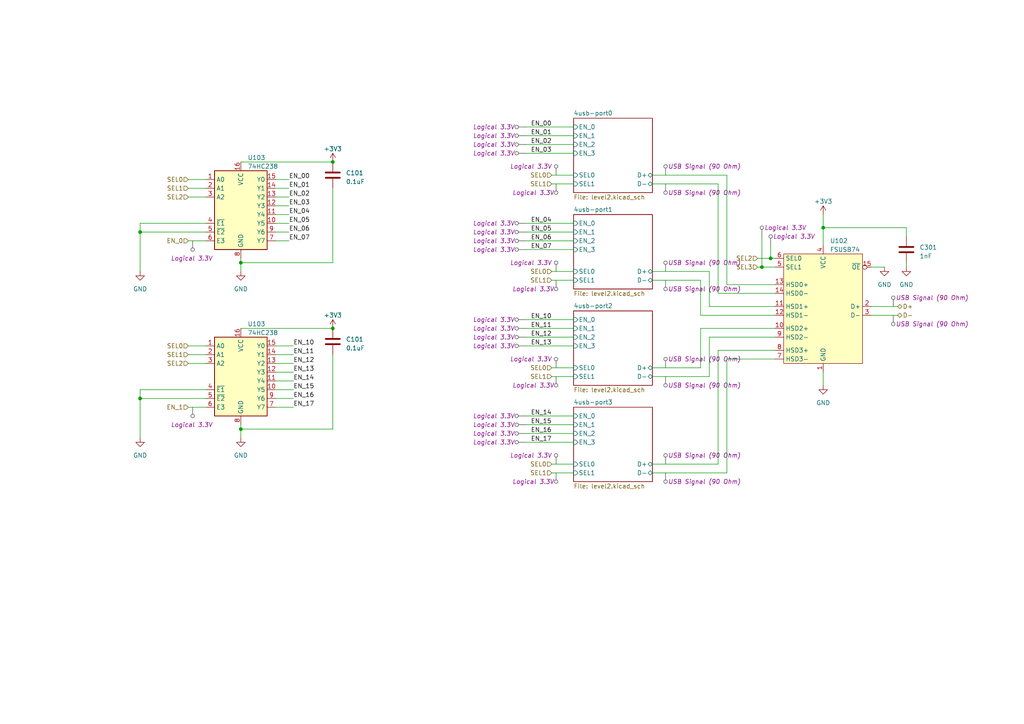
<source format=kicad_sch>
(kicad_sch (version 20230121) (generator eeschema)

  (uuid 3e91236d-c729-4ff7-9427-477cae0fe815)

  (paper "A4")

  (title_block
    (title "UF2 Batch Flasher")
    (date "2023-10-20")
    (rev "0.1")
    (company "nbp.name")
    (comment 2 "are dispatched to the leaves of the tree of USB devices.")
    (comment 3 "This is the second level, where select flags and data lines")
    (comment 4 "UF2 Batch Flasher is a USB hub for flashing USB devices")
  )

  (lib_symbols
    (symbol "74xx:74HC238" (in_bom yes) (on_board yes)
      (property "Reference" "U" (at -7.62 13.97 0)
        (effects (font (size 1.27 1.27)) (justify left bottom))
      )
      (property "Value" "74HC238" (at 2.54 -11.43 0)
        (effects (font (size 1.27 1.27)) (justify left top))
      )
      (property "Footprint" "" (at 0 0 0)
        (effects (font (size 1.27 1.27)) hide)
      )
      (property "Datasheet" "https://www.ti.com/lit/ds/symlink/cd74hc238.pdf" (at 0 0 0)
        (effects (font (size 1.27 1.27)) hide)
      )
      (property "ki_keywords" "demux" (at 0 0 0)
        (effects (font (size 1.27 1.27)) hide)
      )
      (property "ki_description" "3-to-8 line decoder/multiplexer, DIP-16/SOIC-16/SSOP-16" (at 0 0 0)
        (effects (font (size 1.27 1.27)) hide)
      )
      (property "ki_fp_filters" "DIP*W7.62mm* SOIC*3.9x9.9mm*P1.27mm* TSSOP*4.4x5mm*P0.65mm*" (at 0 0 0)
        (effects (font (size 1.27 1.27)) hide)
      )
      (symbol "74HC238_0_1"
        (rectangle (start -7.62 12.7) (end 7.62 -10.16)
          (stroke (width 0.254) (type default))
          (fill (type background))
        )
      )
      (symbol "74HC238_1_1"
        (pin input line (at -10.16 10.16 0) (length 2.54)
          (name "A0" (effects (font (size 1.27 1.27))))
          (number "1" (effects (font (size 1.27 1.27))))
        )
        (pin output line (at 10.16 -2.54 180) (length 2.54)
          (name "Y5" (effects (font (size 1.27 1.27))))
          (number "10" (effects (font (size 1.27 1.27))))
        )
        (pin output line (at 10.16 0 180) (length 2.54)
          (name "Y4" (effects (font (size 1.27 1.27))))
          (number "11" (effects (font (size 1.27 1.27))))
        )
        (pin output line (at 10.16 2.54 180) (length 2.54)
          (name "Y3" (effects (font (size 1.27 1.27))))
          (number "12" (effects (font (size 1.27 1.27))))
        )
        (pin output line (at 10.16 5.08 180) (length 2.54)
          (name "Y2" (effects (font (size 1.27 1.27))))
          (number "13" (effects (font (size 1.27 1.27))))
        )
        (pin output line (at 10.16 7.62 180) (length 2.54)
          (name "Y1" (effects (font (size 1.27 1.27))))
          (number "14" (effects (font (size 1.27 1.27))))
        )
        (pin output line (at 10.16 10.16 180) (length 2.54)
          (name "Y0" (effects (font (size 1.27 1.27))))
          (number "15" (effects (font (size 1.27 1.27))))
        )
        (pin power_in line (at 0 15.24 270) (length 2.54)
          (name "VCC" (effects (font (size 1.27 1.27))))
          (number "16" (effects (font (size 1.27 1.27))))
        )
        (pin input line (at -10.16 7.62 0) (length 2.54)
          (name "A1" (effects (font (size 1.27 1.27))))
          (number "2" (effects (font (size 1.27 1.27))))
        )
        (pin input line (at -10.16 5.08 0) (length 2.54)
          (name "A2" (effects (font (size 1.27 1.27))))
          (number "3" (effects (font (size 1.27 1.27))))
        )
        (pin input line (at -10.16 -2.54 0) (length 2.54)
          (name "~{E1}" (effects (font (size 1.27 1.27))))
          (number "4" (effects (font (size 1.27 1.27))))
        )
        (pin input line (at -10.16 -5.08 0) (length 2.54)
          (name "~{E2}" (effects (font (size 1.27 1.27))))
          (number "5" (effects (font (size 1.27 1.27))))
        )
        (pin input line (at -10.16 -7.62 0) (length 2.54)
          (name "E3" (effects (font (size 1.27 1.27))))
          (number "6" (effects (font (size 1.27 1.27))))
        )
        (pin output line (at 10.16 -7.62 180) (length 2.54)
          (name "Y7" (effects (font (size 1.27 1.27))))
          (number "7" (effects (font (size 1.27 1.27))))
        )
        (pin power_in line (at 0 -12.7 90) (length 2.54)
          (name "GND" (effects (font (size 1.27 1.27))))
          (number "8" (effects (font (size 1.27 1.27))))
        )
        (pin output line (at 10.16 -5.08 180) (length 2.54)
          (name "Y6" (effects (font (size 1.27 1.27))))
          (number "9" (effects (font (size 1.27 1.27))))
        )
      )
    )
    (symbol "Device:C" (pin_numbers hide) (pin_names (offset 0.254)) (in_bom yes) (on_board yes)
      (property "Reference" "C" (at 0.635 2.54 0)
        (effects (font (size 1.27 1.27)) (justify left))
      )
      (property "Value" "C" (at 0.635 -2.54 0)
        (effects (font (size 1.27 1.27)) (justify left))
      )
      (property "Footprint" "" (at 0.9652 -3.81 0)
        (effects (font (size 1.27 1.27)) hide)
      )
      (property "Datasheet" "~" (at 0 0 0)
        (effects (font (size 1.27 1.27)) hide)
      )
      (property "ki_keywords" "cap capacitor" (at 0 0 0)
        (effects (font (size 1.27 1.27)) hide)
      )
      (property "ki_description" "Unpolarized capacitor" (at 0 0 0)
        (effects (font (size 1.27 1.27)) hide)
      )
      (property "ki_fp_filters" "C_*" (at 0 0 0)
        (effects (font (size 1.27 1.27)) hide)
      )
      (symbol "C_0_1"
        (polyline
          (pts
            (xy -2.032 -0.762)
            (xy 2.032 -0.762)
          )
          (stroke (width 0.508) (type default))
          (fill (type none))
        )
        (polyline
          (pts
            (xy -2.032 0.762)
            (xy 2.032 0.762)
          )
          (stroke (width 0.508) (type default))
          (fill (type none))
        )
      )
      (symbol "C_1_1"
        (pin passive line (at 0 3.81 270) (length 2.794)
          (name "~" (effects (font (size 1.27 1.27))))
          (number "1" (effects (font (size 1.27 1.27))))
        )
        (pin passive line (at 0 -3.81 90) (length 2.794)
          (name "~" (effects (font (size 1.27 1.27))))
          (number "2" (effects (font (size 1.27 1.27))))
        )
      )
    )
    (symbol "onsemi-FairChild:FSUSB74" (in_bom yes) (on_board yes)
      (property "Reference" "U" (at 8.89 17.78 0)
        (effects (font (size 1.27 1.27)))
      )
      (property "Value" "FSUSB74" (at 7.62 -16.51 0)
        (effects (font (size 1.27 1.27)))
      )
      (property "Footprint" "QFN-UMLP:UQFN-16_2.1x2.9mm_P0.4mm" (at -3.81 7.62 0)
        (effects (font (size 1.27 1.27)) hide)
      )
      (property "Datasheet" "${KIPRJMOD}/datasheet/FSUSB74_D-2314427.pdf" (at 27.94 -20.32 0)
        (effects (font (size 1.27 1.27)) hide)
      )
      (property "Vendor" "https://www.mouser.fr/ProductDetail/onsemi-Fairchild/FSUSB74UMX?qs=1%252BQrTMB6OPVrNesV8V0QrA%3D%3D" (at 0 -27.94 0)
        (effects (font (size 1.27 1.27)) hide)
      )
      (property "ki_keywords" "USB Switch" (at 0 0 0)
        (effects (font (size 1.27 1.27)) hide)
      )
      (property "ki_description" "High-Speed USB Multiplexer / Switch" (at 0 0 0)
        (effects (font (size 1.27 1.27)) hide)
      )
      (symbol "FSUSB74_0_1"
        (rectangle (start -11.43 16.51) (end 11.43 -15.24)
          (stroke (width 0) (type default))
          (fill (type background))
        )
      )
      (symbol "FSUSB74_1_1"
        (pin power_in line (at 0 -17.78 90) (length 2.54)
          (name "GND" (effects (font (size 1.27 1.27))))
          (number "1" (effects (font (size 1.27 1.27))))
        )
        (pin bidirectional line (at -13.97 -5.08 0) (length 2.54)
          (name "HSD2+" (effects (font (size 1.27 1.27))))
          (number "10" (effects (font (size 1.27 1.27))))
        )
        (pin bidirectional line (at -13.97 1.27 0) (length 2.54)
          (name "HSD1+" (effects (font (size 1.27 1.27))))
          (number "11" (effects (font (size 1.27 1.27))))
        )
        (pin bidirectional line (at -13.97 -1.27 0) (length 2.54)
          (name "HSD1-" (effects (font (size 1.27 1.27))))
          (number "12" (effects (font (size 1.27 1.27))))
        )
        (pin bidirectional line (at -13.97 7.62 0) (length 2.54)
          (name "HSD0+" (effects (font (size 1.27 1.27))))
          (number "13" (effects (font (size 1.27 1.27))))
        )
        (pin bidirectional line (at -13.97 5.08 0) (length 2.54)
          (name "HSD0-" (effects (font (size 1.27 1.27))))
          (number "14" (effects (font (size 1.27 1.27))))
        )
        (pin input inverted (at 13.97 12.7 180) (length 2.54)
          (name "~{OE}" (effects (font (size 1.27 1.27))))
          (number "15" (effects (font (size 1.27 1.27))))
        )
        (pin no_connect non_logic (at 11.43 -11.43 180) (length 2.54) hide
          (name "NC" (effects (font (size 1.27 1.27))))
          (number "16" (effects (font (size 1.27 1.27))))
        )
        (pin bidirectional line (at 13.97 1.27 180) (length 2.54)
          (name "D+" (effects (font (size 1.27 1.27))))
          (number "2" (effects (font (size 1.27 1.27))))
        )
        (pin bidirectional line (at 13.97 -1.27 180) (length 2.54)
          (name "D-" (effects (font (size 1.27 1.27))))
          (number "3" (effects (font (size 1.27 1.27))))
        )
        (pin power_in line (at 0 19.05 270) (length 2.54)
          (name "VCC" (effects (font (size 1.27 1.27))))
          (number "4" (effects (font (size 1.27 1.27))))
        )
        (pin input line (at -13.97 12.7 0) (length 2.54)
          (name "SEL1" (effects (font (size 1.27 1.27))))
          (number "5" (effects (font (size 1.27 1.27))))
        )
        (pin input line (at -13.97 15.24 0) (length 2.54)
          (name "SEL0" (effects (font (size 1.27 1.27))))
          (number "6" (effects (font (size 1.27 1.27))))
        )
        (pin bidirectional line (at -13.97 -13.97 0) (length 2.54)
          (name "HSD3-" (effects (font (size 1.27 1.27))))
          (number "7" (effects (font (size 1.27 1.27))))
        )
        (pin bidirectional line (at -13.97 -11.43 0) (length 2.54)
          (name "HSD3+" (effects (font (size 1.27 1.27))))
          (number "8" (effects (font (size 1.27 1.27))))
        )
        (pin bidirectional line (at -13.97 -7.62 0) (length 2.54)
          (name "HSD2-" (effects (font (size 1.27 1.27))))
          (number "9" (effects (font (size 1.27 1.27))))
        )
      )
    )
    (symbol "power:+3V3" (power) (pin_names (offset 0)) (in_bom yes) (on_board yes)
      (property "Reference" "#PWR" (at 0 -3.81 0)
        (effects (font (size 1.27 1.27)) hide)
      )
      (property "Value" "+3V3" (at 0 3.556 0)
        (effects (font (size 1.27 1.27)))
      )
      (property "Footprint" "" (at 0 0 0)
        (effects (font (size 1.27 1.27)) hide)
      )
      (property "Datasheet" "" (at 0 0 0)
        (effects (font (size 1.27 1.27)) hide)
      )
      (property "ki_keywords" "global power" (at 0 0 0)
        (effects (font (size 1.27 1.27)) hide)
      )
      (property "ki_description" "Power symbol creates a global label with name \"+3V3\"" (at 0 0 0)
        (effects (font (size 1.27 1.27)) hide)
      )
      (symbol "+3V3_0_1"
        (polyline
          (pts
            (xy -0.762 1.27)
            (xy 0 2.54)
          )
          (stroke (width 0) (type default))
          (fill (type none))
        )
        (polyline
          (pts
            (xy 0 0)
            (xy 0 2.54)
          )
          (stroke (width 0) (type default))
          (fill (type none))
        )
        (polyline
          (pts
            (xy 0 2.54)
            (xy 0.762 1.27)
          )
          (stroke (width 0) (type default))
          (fill (type none))
        )
      )
      (symbol "+3V3_1_1"
        (pin power_in line (at 0 0 90) (length 0) hide
          (name "+3V3" (effects (font (size 1.27 1.27))))
          (number "1" (effects (font (size 1.27 1.27))))
        )
      )
    )
    (symbol "power:GND" (power) (pin_names (offset 0)) (in_bom yes) (on_board yes)
      (property "Reference" "#PWR" (at 0 -6.35 0)
        (effects (font (size 1.27 1.27)) hide)
      )
      (property "Value" "GND" (at 0 -3.81 0)
        (effects (font (size 1.27 1.27)))
      )
      (property "Footprint" "" (at 0 0 0)
        (effects (font (size 1.27 1.27)) hide)
      )
      (property "Datasheet" "" (at 0 0 0)
        (effects (font (size 1.27 1.27)) hide)
      )
      (property "ki_keywords" "global power" (at 0 0 0)
        (effects (font (size 1.27 1.27)) hide)
      )
      (property "ki_description" "Power symbol creates a global label with name \"GND\" , ground" (at 0 0 0)
        (effects (font (size 1.27 1.27)) hide)
      )
      (symbol "GND_0_1"
        (polyline
          (pts
            (xy 0 0)
            (xy 0 -1.27)
            (xy 1.27 -1.27)
            (xy 0 -2.54)
            (xy -1.27 -1.27)
            (xy 0 -1.27)
          )
          (stroke (width 0) (type default))
          (fill (type none))
        )
      )
      (symbol "GND_1_1"
        (pin power_in line (at 0 0 270) (length 0) hide
          (name "GND" (effects (font (size 1.27 1.27))))
          (number "1" (effects (font (size 1.27 1.27))))
        )
      )
    )
  )

  (junction (at 40.64 67.31) (diameter 0) (color 0 0 0 0)
    (uuid 3363d8a6-4048-4457-bc0f-7144ad32f7df)
  )
  (junction (at 96.52 95.25) (diameter 0) (color 0 0 0 0)
    (uuid 3cdc66b4-57af-48c2-861a-b87ae5a7cc2c)
  )
  (junction (at 69.85 124.46) (diameter 0) (color 0 0 0 0)
    (uuid 5cfec0c3-12a9-4e5f-bdb6-146f817d7c0d)
  )
  (junction (at 69.85 76.2) (diameter 0) (color 0 0 0 0)
    (uuid 61f9f063-f458-4300-ab33-32376d9341b3)
  )
  (junction (at 238.76 66.04) (diameter 0) (color 0 0 0 0)
    (uuid 63797316-dc89-4098-b734-0c808ccec703)
  )
  (junction (at 223.52 74.93) (diameter 0) (color 0 0 0 0)
    (uuid c452aa0d-7084-4255-9f7d-f40de86ebe24)
  )
  (junction (at 96.52 46.99) (diameter 0) (color 0 0 0 0)
    (uuid c8cd2189-65fd-49b8-928b-47d8c72a01ba)
  )
  (junction (at 220.98 77.47) (diameter 0) (color 0 0 0 0)
    (uuid dbde4686-12e5-4836-9ff8-26de9767c46a)
  )
  (junction (at 40.64 115.57) (diameter 0) (color 0 0 0 0)
    (uuid f7c9499d-b025-4fd2-83f2-6ba57f9f5517)
  )

  (wire (pts (xy 40.64 115.57) (xy 59.69 115.57))
    (stroke (width 0) (type default))
    (uuid 001d53d9-c10a-456a-85c6-fad553965a6a)
  )
  (wire (pts (xy 220.98 77.47) (xy 224.79 77.47))
    (stroke (width 0) (type default))
    (uuid 00776171-0312-4d64-9341-95606c422e54)
  )
  (wire (pts (xy 54.61 102.87) (xy 59.69 102.87))
    (stroke (width 0) (type default))
    (uuid 0095c8a6-6ac8-4a08-ad84-17b1c2d6cbcf)
  )
  (wire (pts (xy 152.4 120.65) (xy 166.37 120.65))
    (stroke (width 0) (type default))
    (uuid 03085624-668a-4e16-b46e-690354bf39c0)
  )
  (wire (pts (xy 203.2 81.28) (xy 189.23 81.28))
    (stroke (width 0) (type default))
    (uuid 03fc554c-b630-4123-bff3-ecd08f1741a3)
  )
  (wire (pts (xy 152.4 36.83) (xy 166.37 36.83))
    (stroke (width 0) (type default))
    (uuid 0499dd74-287f-4172-8914-ce5887d949f2)
  )
  (wire (pts (xy 208.28 53.34) (xy 189.23 53.34))
    (stroke (width 0) (type default))
    (uuid 050694b4-ddc4-42d4-9bee-2cc5f686902e)
  )
  (wire (pts (xy 203.2 95.25) (xy 224.79 95.25))
    (stroke (width 0) (type default))
    (uuid 0646c64d-f0d4-4345-b22c-687e54536bbd)
  )
  (wire (pts (xy 160.02 109.22) (xy 166.37 109.22))
    (stroke (width 0) (type default))
    (uuid 087479db-1665-478c-88b6-f5716f3fca84)
  )
  (wire (pts (xy 80.01 67.31) (xy 83.82 67.31))
    (stroke (width 0) (type default))
    (uuid 0c31dce1-c9ba-42d2-9ac3-a89d68291500)
  )
  (wire (pts (xy 80.01 107.95) (xy 85.09 107.95))
    (stroke (width 0) (type default))
    (uuid 0e26455a-e7fc-4eb0-82b3-a5627eb61e84)
  )
  (wire (pts (xy 54.61 52.07) (xy 59.69 52.07))
    (stroke (width 0) (type default))
    (uuid 1173c3c5-3ac6-4daf-beca-f46139d9c11e)
  )
  (wire (pts (xy 152.4 41.91) (xy 166.37 41.91))
    (stroke (width 0) (type default))
    (uuid 11750f67-612f-41a8-8e19-b6fa1ecad374)
  )
  (wire (pts (xy 210.82 137.16) (xy 189.23 137.16))
    (stroke (width 0) (type default))
    (uuid 12965f0b-83dc-41a0-b8da-190e02e37d74)
  )
  (wire (pts (xy 203.2 91.44) (xy 203.2 81.28))
    (stroke (width 0) (type default))
    (uuid 13735210-6a8b-4693-84cb-b04fa52795ea)
  )
  (wire (pts (xy 224.79 104.14) (xy 210.82 104.14))
    (stroke (width 0) (type default))
    (uuid 14282bcd-27be-4380-94fc-6f6640cfbea1)
  )
  (wire (pts (xy 152.4 39.37) (xy 166.37 39.37))
    (stroke (width 0) (type default))
    (uuid 148de371-7b2a-4838-919c-776b49e855b6)
  )
  (wire (pts (xy 152.4 44.45) (xy 166.37 44.45))
    (stroke (width 0) (type default))
    (uuid 1a3c46b9-0327-4f4c-9b36-6acdaeefc970)
  )
  (wire (pts (xy 59.69 64.77) (xy 40.64 64.77))
    (stroke (width 0) (type default))
    (uuid 1b641b2e-e44b-4f87-b533-d725a5779179)
  )
  (wire (pts (xy 80.01 113.03) (xy 85.09 113.03))
    (stroke (width 0) (type default))
    (uuid 1fdf570e-4959-4bad-85be-67fbe33cc58b)
  )
  (wire (pts (xy 152.4 123.19) (xy 166.37 123.19))
    (stroke (width 0) (type default))
    (uuid 2338c4bc-6575-4b01-89a5-030e628ded54)
  )
  (wire (pts (xy 80.01 100.33) (xy 85.09 100.33))
    (stroke (width 0) (type default))
    (uuid 261242b5-dade-4deb-815b-571884f42b9c)
  )
  (wire (pts (xy 80.01 52.07) (xy 83.82 52.07))
    (stroke (width 0) (type default))
    (uuid 291108e9-0301-4c39-aeb3-d3e7e9c2f15d)
  )
  (wire (pts (xy 69.85 46.99) (xy 96.52 46.99))
    (stroke (width 0) (type default))
    (uuid 2f8bfc2c-93cf-453f-ba4c-79e38cb70f35)
  )
  (wire (pts (xy 262.89 66.04) (xy 262.89 68.58))
    (stroke (width 0) (type default))
    (uuid 3a9e16b2-60a0-41dc-93ea-ae76be5e9d8a)
  )
  (wire (pts (xy 223.52 71.12) (xy 223.52 74.93))
    (stroke (width 0) (type default))
    (uuid 3d8d61d6-10b1-4ddf-8b92-cef53fc13712)
  )
  (wire (pts (xy 224.79 85.09) (xy 208.28 85.09))
    (stroke (width 0) (type default))
    (uuid 3e349891-7767-4233-9240-45ec44abf507)
  )
  (wire (pts (xy 152.4 72.39) (xy 166.37 72.39))
    (stroke (width 0) (type default))
    (uuid 421f1c7b-28a4-48d6-9ea1-fab448b1d9fa)
  )
  (wire (pts (xy 210.82 104.14) (xy 210.82 137.16))
    (stroke (width 0) (type default))
    (uuid 42ccd41b-b62b-4279-8454-b733590b20a2)
  )
  (wire (pts (xy 238.76 66.04) (xy 262.89 66.04))
    (stroke (width 0) (type default))
    (uuid 42d7da01-9cde-445c-83ed-5055176194a0)
  )
  (wire (pts (xy 252.73 88.9) (xy 260.35 88.9))
    (stroke (width 0) (type default))
    (uuid 44de1a6d-00b0-4e2c-a45c-8c0c8564b903)
  )
  (wire (pts (xy 160.02 53.34) (xy 166.37 53.34))
    (stroke (width 0) (type default))
    (uuid 45cbf42c-90ef-47f1-9d23-00e326d17db3)
  )
  (wire (pts (xy 152.4 64.77) (xy 166.37 64.77))
    (stroke (width 0) (type default))
    (uuid 47c1c992-4275-4f3e-88f7-59c1f1b5b66d)
  )
  (wire (pts (xy 210.82 50.8) (xy 210.82 82.55))
    (stroke (width 0) (type default))
    (uuid 5043bb53-8e5d-4c19-9fab-428bd3727f0d)
  )
  (wire (pts (xy 160.02 50.8) (xy 166.37 50.8))
    (stroke (width 0) (type default))
    (uuid 509791f7-1cd0-4e83-b4c6-d5c3ad8e38b2)
  )
  (wire (pts (xy 80.01 102.87) (xy 85.09 102.87))
    (stroke (width 0) (type default))
    (uuid 50b1a714-771f-4f7d-a23a-57b90e36450c)
  )
  (wire (pts (xy 152.4 95.25) (xy 166.37 95.25))
    (stroke (width 0) (type default))
    (uuid 53a2bff9-4eb1-4b24-b120-0b1a300f2b89)
  )
  (wire (pts (xy 54.61 100.33) (xy 59.69 100.33))
    (stroke (width 0) (type default))
    (uuid 541143be-8f10-48bf-aaa9-eb0bf4bb9a8a)
  )
  (wire (pts (xy 54.61 57.15) (xy 59.69 57.15))
    (stroke (width 0) (type default))
    (uuid 572aea52-9001-4287-8c5c-93df8ae755dc)
  )
  (wire (pts (xy 152.4 97.79) (xy 166.37 97.79))
    (stroke (width 0) (type default))
    (uuid 599341af-b787-4ee6-ba38-4ef829f7e090)
  )
  (wire (pts (xy 152.4 69.85) (xy 166.37 69.85))
    (stroke (width 0) (type default))
    (uuid 5beb517e-cf8f-4bfe-bf1b-c20b7aae7c13)
  )
  (wire (pts (xy 224.79 97.79) (xy 205.74 97.79))
    (stroke (width 0) (type default))
    (uuid 5e26107d-0026-4069-aa4d-c3b0adbafbc1)
  )
  (wire (pts (xy 238.76 111.76) (xy 238.76 107.95))
    (stroke (width 0) (type default))
    (uuid 5f42e778-d411-4272-99e0-4fd784bfae61)
  )
  (wire (pts (xy 220.98 68.58) (xy 220.98 77.47))
    (stroke (width 0) (type default))
    (uuid 612abbed-9ef5-4e8f-89a3-d8e412b26085)
  )
  (wire (pts (xy 223.52 74.93) (xy 224.79 74.93))
    (stroke (width 0) (type default))
    (uuid 62bfadcc-b63c-42b3-88b7-3b46feef164a)
  )
  (wire (pts (xy 40.64 64.77) (xy 40.64 67.31))
    (stroke (width 0) (type default))
    (uuid 63bc4464-cf0c-4233-88a3-ba1b939a3114)
  )
  (wire (pts (xy 69.85 95.25) (xy 96.52 95.25))
    (stroke (width 0) (type default))
    (uuid 644c1280-3ccc-4508-ab64-d9d4d4a2050e)
  )
  (wire (pts (xy 80.01 110.49) (xy 85.09 110.49))
    (stroke (width 0) (type default))
    (uuid 663e647a-6c43-414d-8d0b-3dd98c72ba70)
  )
  (wire (pts (xy 219.71 77.47) (xy 220.98 77.47))
    (stroke (width 0) (type default))
    (uuid 672bedab-847b-4084-a746-06fab962bc80)
  )
  (wire (pts (xy 54.61 69.85) (xy 59.69 69.85))
    (stroke (width 0) (type default))
    (uuid 68d76b1c-1619-4299-8ece-3628c68ea967)
  )
  (wire (pts (xy 160.02 81.28) (xy 166.37 81.28))
    (stroke (width 0) (type default))
    (uuid 693d40aa-f6af-4e27-bd67-8bfc6fd78f04)
  )
  (wire (pts (xy 80.01 62.23) (xy 83.82 62.23))
    (stroke (width 0) (type default))
    (uuid 6aeae8b4-67f8-4a38-a517-dcf3153724f0)
  )
  (wire (pts (xy 262.89 76.2) (xy 262.89 77.47))
    (stroke (width 0) (type default))
    (uuid 6bc59ce4-7f7f-43ed-8434-2aa230516b74)
  )
  (wire (pts (xy 80.01 57.15) (xy 83.82 57.15))
    (stroke (width 0) (type default))
    (uuid 70095578-a7e9-49f9-b16e-ef622e6c7fc6)
  )
  (wire (pts (xy 205.74 78.74) (xy 205.74 88.9))
    (stroke (width 0) (type default))
    (uuid 716b68fa-7f2a-4c5b-88e2-795bca7d2eab)
  )
  (wire (pts (xy 256.54 77.47) (xy 252.73 77.47))
    (stroke (width 0) (type default))
    (uuid 73934939-b193-44e2-aac8-84f8bc044b5f)
  )
  (wire (pts (xy 160.02 137.16) (xy 166.37 137.16))
    (stroke (width 0) (type default))
    (uuid 74ceaa0a-32a7-49fb-b75b-c6e5bad7d5b4)
  )
  (wire (pts (xy 189.23 106.68) (xy 203.2 106.68))
    (stroke (width 0) (type default))
    (uuid 7a2b3eb7-7704-417d-bc88-64aa059230c2)
  )
  (wire (pts (xy 203.2 106.68) (xy 203.2 95.25))
    (stroke (width 0) (type default))
    (uuid 7d5d5cde-5093-4ce4-bf96-7f65eec6843c)
  )
  (wire (pts (xy 205.74 97.79) (xy 205.74 109.22))
    (stroke (width 0) (type default))
    (uuid 809067a7-9009-4f76-b77f-4a5ff11e2266)
  )
  (wire (pts (xy 189.23 78.74) (xy 205.74 78.74))
    (stroke (width 0) (type default))
    (uuid 81ae0c5b-891c-48f6-a49e-5561dbbf4c30)
  )
  (wire (pts (xy 80.01 54.61) (xy 83.82 54.61))
    (stroke (width 0) (type default))
    (uuid 87d1f223-9291-4eec-9257-5a085c1557c7)
  )
  (wire (pts (xy 40.64 67.31) (xy 59.69 67.31))
    (stroke (width 0) (type default))
    (uuid 89d9b677-fe25-4559-b295-0210abdafc18)
  )
  (wire (pts (xy 160.02 134.62) (xy 166.37 134.62))
    (stroke (width 0) (type default))
    (uuid 8a19191d-7d89-45ad-a9e1-4c9b46180a26)
  )
  (wire (pts (xy 224.79 91.44) (xy 203.2 91.44))
    (stroke (width 0) (type default))
    (uuid 8aa5bc5f-e56c-48b7-b5a4-ffb88664f886)
  )
  (wire (pts (xy 40.64 113.03) (xy 40.64 115.57))
    (stroke (width 0) (type default))
    (uuid 8cd54c93-ae90-47bd-b897-7c5acb622d59)
  )
  (wire (pts (xy 208.28 134.62) (xy 208.28 101.6))
    (stroke (width 0) (type default))
    (uuid 8fcd36de-f09b-4edc-8004-cddfc0d9345f)
  )
  (wire (pts (xy 40.64 127) (xy 40.64 115.57))
    (stroke (width 0) (type default))
    (uuid 9134238a-908c-494c-803d-2d81c1c2966f)
  )
  (wire (pts (xy 152.4 125.73) (xy 166.37 125.73))
    (stroke (width 0) (type default))
    (uuid 94198bbc-77c0-4dda-a21e-540fd2c4b2bb)
  )
  (wire (pts (xy 69.85 76.2) (xy 69.85 78.74))
    (stroke (width 0) (type default))
    (uuid 967ecea1-ad48-4ab4-acbe-724b9fc2697f)
  )
  (wire (pts (xy 96.52 76.2) (xy 69.85 76.2))
    (stroke (width 0) (type default))
    (uuid 9b358ad9-7877-42e7-83c3-9a15c3761815)
  )
  (wire (pts (xy 219.71 74.93) (xy 223.52 74.93))
    (stroke (width 0) (type default))
    (uuid 9f176962-e38d-4bcb-84a5-0207f7b448fa)
  )
  (wire (pts (xy 152.4 92.71) (xy 166.37 92.71))
    (stroke (width 0) (type default))
    (uuid a135c737-0839-41b4-8c39-2ff2873c306e)
  )
  (wire (pts (xy 152.4 128.27) (xy 166.37 128.27))
    (stroke (width 0) (type default))
    (uuid a57c5d1e-e855-4588-bf4c-0b0bc26bf4fe)
  )
  (wire (pts (xy 189.23 50.8) (xy 210.82 50.8))
    (stroke (width 0) (type default))
    (uuid ab90029f-9e6a-476e-be39-8c3f0990ca2b)
  )
  (wire (pts (xy 96.52 124.46) (xy 69.85 124.46))
    (stroke (width 0) (type default))
    (uuid ac43d941-eeb6-4bb8-a76b-75241b6e435c)
  )
  (wire (pts (xy 80.01 118.11) (xy 85.09 118.11))
    (stroke (width 0) (type default))
    (uuid ae495bd1-d8cf-4bd2-8075-1b96cd65cbb7)
  )
  (wire (pts (xy 189.23 134.62) (xy 208.28 134.62))
    (stroke (width 0) (type default))
    (uuid b1b875b7-b0db-43f1-b524-107d178fb585)
  )
  (wire (pts (xy 152.4 67.31) (xy 166.37 67.31))
    (stroke (width 0) (type default))
    (uuid b2a3f3ce-7316-410d-85d0-e5cb7f2c6c15)
  )
  (wire (pts (xy 96.52 54.61) (xy 96.52 76.2))
    (stroke (width 0) (type default))
    (uuid be70845e-3190-4c88-a819-5f3667182ac6)
  )
  (wire (pts (xy 80.01 69.85) (xy 83.82 69.85))
    (stroke (width 0) (type default))
    (uuid c2171138-c433-4ecf-ba3f-1fb455679930)
  )
  (wire (pts (xy 160.02 106.68) (xy 166.37 106.68))
    (stroke (width 0) (type default))
    (uuid c4a0fbdf-9e28-4e67-b010-0f20e2c95500)
  )
  (wire (pts (xy 69.85 74.93) (xy 69.85 76.2))
    (stroke (width 0) (type default))
    (uuid c6950ad2-3ec9-448e-8122-9c4c23172dec)
  )
  (wire (pts (xy 160.02 78.74) (xy 166.37 78.74))
    (stroke (width 0) (type default))
    (uuid cb9af322-01cb-4190-aa9d-13e50cbe3b99)
  )
  (wire (pts (xy 205.74 109.22) (xy 189.23 109.22))
    (stroke (width 0) (type default))
    (uuid d0d28f06-1a2a-44d2-847d-760c9d8e457b)
  )
  (wire (pts (xy 80.01 105.41) (xy 85.09 105.41))
    (stroke (width 0) (type default))
    (uuid d5ef7b5d-871d-4049-8b14-a4ded881a436)
  )
  (wire (pts (xy 205.74 88.9) (xy 224.79 88.9))
    (stroke (width 0) (type default))
    (uuid d7a10682-284d-41e2-acb0-61804c518975)
  )
  (wire (pts (xy 54.61 54.61) (xy 59.69 54.61))
    (stroke (width 0) (type default))
    (uuid d8f93904-667a-4620-8a1b-f5e7a3109961)
  )
  (wire (pts (xy 80.01 64.77) (xy 83.82 64.77))
    (stroke (width 0) (type default))
    (uuid dcea8550-8474-4f96-92af-8123ea40d5eb)
  )
  (wire (pts (xy 210.82 82.55) (xy 224.79 82.55))
    (stroke (width 0) (type default))
    (uuid e0966c82-6f14-4921-8538-0a39e04a1f79)
  )
  (wire (pts (xy 208.28 85.09) (xy 208.28 53.34))
    (stroke (width 0) (type default))
    (uuid e0d57ef6-27d2-4702-9962-22eae2fa43dd)
  )
  (wire (pts (xy 252.73 91.44) (xy 260.35 91.44))
    (stroke (width 0) (type default))
    (uuid e3a3a6af-8027-4d8d-91e1-b4a420c8d11c)
  )
  (wire (pts (xy 80.01 59.69) (xy 83.82 59.69))
    (stroke (width 0) (type default))
    (uuid e528cb84-c067-4439-b533-58d2458526f9)
  )
  (wire (pts (xy 152.4 100.33) (xy 166.37 100.33))
    (stroke (width 0) (type default))
    (uuid e5ecf8a4-89cb-4362-900b-48b546c142be)
  )
  (wire (pts (xy 69.85 124.46) (xy 69.85 127))
    (stroke (width 0) (type default))
    (uuid e72e0c40-971a-43b1-9219-2ed7a4bf8469)
  )
  (wire (pts (xy 69.85 123.19) (xy 69.85 124.46))
    (stroke (width 0) (type default))
    (uuid e88cf725-99b4-4900-a515-bcac99cd938c)
  )
  (wire (pts (xy 54.61 118.11) (xy 59.69 118.11))
    (stroke (width 0) (type default))
    (uuid e93721ca-e1cb-4dc5-a0f8-494b930d62d0)
  )
  (wire (pts (xy 59.69 113.03) (xy 40.64 113.03))
    (stroke (width 0) (type default))
    (uuid f0f2e146-4c35-4ea1-8171-d43bb9e1c7c0)
  )
  (wire (pts (xy 54.61 105.41) (xy 59.69 105.41))
    (stroke (width 0) (type default))
    (uuid f10dd4c3-d3ea-49e7-9a61-a05487beb633)
  )
  (wire (pts (xy 96.52 102.87) (xy 96.52 124.46))
    (stroke (width 0) (type default))
    (uuid f196fd6f-8918-4331-968a-6ee81ea49b1b)
  )
  (wire (pts (xy 40.64 78.74) (xy 40.64 67.31))
    (stroke (width 0) (type default))
    (uuid f22d6971-541a-4640-93f5-3c6cc66bf8c2)
  )
  (wire (pts (xy 208.28 101.6) (xy 224.79 101.6))
    (stroke (width 0) (type default))
    (uuid f51bb170-63d0-4ae3-b13c-c831eecc62b7)
  )
  (wire (pts (xy 80.01 115.57) (xy 85.09 115.57))
    (stroke (width 0) (type default))
    (uuid f57d2716-db42-4b46-ae2d-7f9bb856ef15)
  )
  (wire (pts (xy 238.76 62.23) (xy 238.76 66.04))
    (stroke (width 0) (type default))
    (uuid fb5cbaa7-8927-4aae-a5cc-9a4c03ed166a)
  )
  (wire (pts (xy 238.76 66.04) (xy 238.76 71.12))
    (stroke (width 0) (type default))
    (uuid fc153015-8766-47ba-9790-ceb0e5bdbf89)
  )

  (label "EN_02" (at 83.82 57.15 0) (fields_autoplaced)
    (effects (font (size 1.27 1.27)) (justify left bottom))
    (uuid 0eb15f8c-dff1-4c47-9efa-03a627b25bc2)
  )
  (label "EN_12" (at 160.02 97.79 180) (fields_autoplaced)
    (effects (font (size 1.27 1.27)) (justify right bottom))
    (uuid 29c640c5-9643-4759-8263-4538a438aa12)
  )
  (label "EN_14" (at 160.02 120.65 180) (fields_autoplaced)
    (effects (font (size 1.27 1.27)) (justify right bottom))
    (uuid 2c59c392-142c-42a2-8825-6088ce1081b7)
  )
  (label "EN_02" (at 160.02 41.91 180) (fields_autoplaced)
    (effects (font (size 1.27 1.27)) (justify right bottom))
    (uuid 35ada341-9e4a-413d-8ab8-ae1734137aab)
  )
  (label "EN_12" (at 85.09 105.41 0) (fields_autoplaced)
    (effects (font (size 1.27 1.27)) (justify left bottom))
    (uuid 3cefc450-9fae-4ac5-98f5-1b1a9ac81774)
  )
  (label "EN_05" (at 160.02 67.31 180) (fields_autoplaced)
    (effects (font (size 1.27 1.27)) (justify right bottom))
    (uuid 482da7b0-bc0a-4b95-8ed4-115409f92361)
  )
  (label "EN_17" (at 85.09 118.11 0) (fields_autoplaced)
    (effects (font (size 1.27 1.27)) (justify left bottom))
    (uuid 4ca4e49f-1de2-46cf-9010-aa0b57846e36)
  )
  (label "EN_10" (at 160.02 92.71 180) (fields_autoplaced)
    (effects (font (size 1.27 1.27)) (justify right bottom))
    (uuid 4e731aa6-c738-4c81-ba59-4cf17b8a9190)
  )
  (label "EN_07" (at 83.82 69.85 0) (fields_autoplaced)
    (effects (font (size 1.27 1.27)) (justify left bottom))
    (uuid 576e744f-5303-4d2c-8490-8d170c1181cc)
  )
  (label "EN_13" (at 160.02 100.33 180) (fields_autoplaced)
    (effects (font (size 1.27 1.27)) (justify right bottom))
    (uuid 59c7e1c4-763e-4d5b-a1f6-51de8ffc6456)
  )
  (label "EN_05" (at 83.82 64.77 0) (fields_autoplaced)
    (effects (font (size 1.27 1.27)) (justify left bottom))
    (uuid 5a81401a-efce-4ee0-b553-20bcd67ed9b6)
  )
  (label "EN_13" (at 85.09 107.95 0) (fields_autoplaced)
    (effects (font (size 1.27 1.27)) (justify left bottom))
    (uuid 7a9bc2b4-d028-4c4e-8961-a73059dbfb2c)
  )
  (label "EN_03" (at 83.82 59.69 0) (fields_autoplaced)
    (effects (font (size 1.27 1.27)) (justify left bottom))
    (uuid 7ba924c8-0546-4188-86af-2fae0d324d2a)
  )
  (label "EN_06" (at 160.02 69.85 180) (fields_autoplaced)
    (effects (font (size 1.27 1.27)) (justify right bottom))
    (uuid 8aeea3d8-33e7-4a66-9293-96ba3bd9ad92)
  )
  (label "EN_15" (at 160.02 123.19 180) (fields_autoplaced)
    (effects (font (size 1.27 1.27)) (justify right bottom))
    (uuid 8e5698c1-05d1-42f7-990e-97959396826f)
  )
  (label "EN_14" (at 85.09 110.49 0) (fields_autoplaced)
    (effects (font (size 1.27 1.27)) (justify left bottom))
    (uuid 94a600b1-918f-4691-a5d2-03d3dd1a574a)
  )
  (label "EN_16" (at 85.09 115.57 0) (fields_autoplaced)
    (effects (font (size 1.27 1.27)) (justify left bottom))
    (uuid a220fe19-47e6-40fb-8ef5-311b35fbf914)
  )
  (label "EN_17" (at 160.02 128.27 180) (fields_autoplaced)
    (effects (font (size 1.27 1.27)) (justify right bottom))
    (uuid a7981a62-65f2-4da3-825f-45d51a85ee19)
  )
  (label "EN_04" (at 83.82 62.23 0) (fields_autoplaced)
    (effects (font (size 1.27 1.27)) (justify left bottom))
    (uuid b14fa3b4-ceb2-4590-a971-824c7a019f84)
  )
  (label "EN_00" (at 160.02 36.83 180) (fields_autoplaced)
    (effects (font (size 1.27 1.27)) (justify right bottom))
    (uuid b25dcbb4-0891-4b1a-a715-b7218ade8efd)
  )
  (label "EN_01" (at 160.02 39.37 180) (fields_autoplaced)
    (effects (font (size 1.27 1.27)) (justify right bottom))
    (uuid b28b29a6-8129-4684-aea2-3ff04b7fb5de)
  )
  (label "EN_16" (at 160.02 125.73 180) (fields_autoplaced)
    (effects (font (size 1.27 1.27)) (justify right bottom))
    (uuid bd5ac67c-586c-4cd0-ade2-15c45592db83)
  )
  (label "EN_06" (at 83.82 67.31 0) (fields_autoplaced)
    (effects (font (size 1.27 1.27)) (justify left bottom))
    (uuid c8fd385b-5704-48e4-84d6-c67b54f054d0)
  )
  (label "EN_01" (at 83.82 54.61 0) (fields_autoplaced)
    (effects (font (size 1.27 1.27)) (justify left bottom))
    (uuid d331a5e4-0385-4e7e-9cd1-4cdbf9d7b726)
  )
  (label "EN_07" (at 160.02 72.39 180) (fields_autoplaced)
    (effects (font (size 1.27 1.27)) (justify right bottom))
    (uuid d7b191da-cdf0-4393-b796-6a2f143220a3)
  )
  (label "EN_11" (at 85.09 102.87 0) (fields_autoplaced)
    (effects (font (size 1.27 1.27)) (justify left bottom))
    (uuid db5e0e04-24f7-490e-81d9-6a7051c15dc8)
  )
  (label "EN_03" (at 160.02 44.45 180) (fields_autoplaced)
    (effects (font (size 1.27 1.27)) (justify right bottom))
    (uuid dc66e900-64b0-4a31-a7ad-fe6694e8873a)
  )
  (label "EN_15" (at 85.09 113.03 0) (fields_autoplaced)
    (effects (font (size 1.27 1.27)) (justify left bottom))
    (uuid e4447b19-0150-42b0-87b4-6b57cd6f57b7)
  )
  (label "EN_10" (at 85.09 100.33 0) (fields_autoplaced)
    (effects (font (size 1.27 1.27)) (justify left bottom))
    (uuid e86faede-5a91-437a-9f7c-56fd0926c0ce)
  )
  (label "EN_04" (at 160.02 64.77 180) (fields_autoplaced)
    (effects (font (size 1.27 1.27)) (justify right bottom))
    (uuid e88d387c-3a37-48ed-a6d2-abe6af18e31b)
  )
  (label "EN_00" (at 83.82 52.07 0) (fields_autoplaced)
    (effects (font (size 1.27 1.27)) (justify left bottom))
    (uuid f381dc05-2f42-4e8d-bcd8-beeab8d1c2be)
  )
  (label "EN_11" (at 160.02 95.25 180) (fields_autoplaced)
    (effects (font (size 1.27 1.27)) (justify right bottom))
    (uuid fd700d92-52a3-470c-989f-912a447cf00d)
  )

  (hierarchical_label "SEL0" (shape input) (at 160.02 50.8 180) (fields_autoplaced)
    (effects (font (size 1.27 1.27)) (justify right))
    (uuid 0fb5f83e-7eac-457d-90e9-6aebda8a9ad9)
  )
  (hierarchical_label "D+" (shape bidirectional) (at 260.35 88.9 0) (fields_autoplaced)
    (effects (font (size 1.27 1.27)) (justify left))
    (uuid 12cd2a1a-f8fd-4453-9b2a-873773a2ecbe)
  )
  (hierarchical_label "SEL1" (shape input) (at 160.02 53.34 180) (fields_autoplaced)
    (effects (font (size 1.27 1.27)) (justify right))
    (uuid 1f759d1b-20bd-43a3-b058-7270705b49b4)
  )
  (hierarchical_label "SEL2" (shape input) (at 54.61 105.41 180) (fields_autoplaced)
    (effects (font (size 1.27 1.27)) (justify right))
    (uuid 23f3e9ff-812c-4234-aba5-a08f3b628171)
  )
  (hierarchical_label "SEL0" (shape input) (at 54.61 100.33 180) (fields_autoplaced)
    (effects (font (size 1.27 1.27)) (justify right))
    (uuid 59ad87c6-2356-4ce9-8b36-36407ac1254c)
  )
  (hierarchical_label "SEL1" (shape input) (at 54.61 54.61 180) (fields_autoplaced)
    (effects (font (size 1.27 1.27)) (justify right))
    (uuid 5da450ba-7333-40cf-a6e7-7a0fe46f0d0e)
  )
  (hierarchical_label "D-" (shape bidirectional) (at 260.35 91.44 0) (fields_autoplaced)
    (effects (font (size 1.27 1.27)) (justify left))
    (uuid 60ba288e-89ad-49f3-b409-42002e932fba)
  )
  (hierarchical_label "SEL0" (shape input) (at 160.02 134.62 180) (fields_autoplaced)
    (effects (font (size 1.27 1.27)) (justify right))
    (uuid 6ad1fb34-61fd-42ca-800d-1fdf46bcaee8)
  )
  (hierarchical_label "SEL3" (shape input) (at 219.71 77.47 180) (fields_autoplaced)
    (effects (font (size 1.27 1.27)) (justify right))
    (uuid 730aa96c-b0a3-4df3-b045-628cb42a3f31)
  )
  (hierarchical_label "SEL1" (shape input) (at 160.02 81.28 180) (fields_autoplaced)
    (effects (font (size 1.27 1.27)) (justify right))
    (uuid 80e28d10-c538-4ecb-be68-ad12422f9aee)
  )
  (hierarchical_label "EN_1" (shape input) (at 54.61 118.11 180) (fields_autoplaced)
    (effects (font (size 1.27 1.27)) (justify right))
    (uuid 8bca414f-1368-40c1-b0c1-a862b488bd7c)
  )
  (hierarchical_label "SEL1" (shape input) (at 160.02 137.16 180) (fields_autoplaced)
    (effects (font (size 1.27 1.27)) (justify right))
    (uuid 94998ff8-d181-404e-94b7-2a2717cfd62f)
  )
  (hierarchical_label "EN_0" (shape input) (at 54.61 69.85 180) (fields_autoplaced)
    (effects (font (size 1.27 1.27)) (justify right))
    (uuid 9b0d3430-cb33-4406-91c7-1284d327199a)
  )
  (hierarchical_label "SEL1" (shape input) (at 54.61 102.87 180) (fields_autoplaced)
    (effects (font (size 1.27 1.27)) (justify right))
    (uuid 9e3055ce-c300-4ead-8d67-b52da26eea89)
  )
  (hierarchical_label "SEL0" (shape input) (at 160.02 106.68 180) (fields_autoplaced)
    (effects (font (size 1.27 1.27)) (justify right))
    (uuid af0b2e0c-e259-4431-877b-4e466d245505)
  )
  (hierarchical_label "SEL0" (shape input) (at 160.02 78.74 180) (fields_autoplaced)
    (effects (font (size 1.27 1.27)) (justify right))
    (uuid b047cbde-cd56-4f97-8931-c17359967226)
  )
  (hierarchical_label "SEL1" (shape input) (at 160.02 109.22 180) (fields_autoplaced)
    (effects (font (size 1.27 1.27)) (justify right))
    (uuid b8f19dc8-6816-4af3-aed2-20538d070017)
  )
  (hierarchical_label "SEL2" (shape input) (at 219.71 74.93 180) (fields_autoplaced)
    (effects (font (size 1.27 1.27)) (justify right))
    (uuid c32c6517-e296-4b0e-8133-4dc79b113231)
  )
  (hierarchical_label "SEL0" (shape input) (at 54.61 52.07 180) (fields_autoplaced)
    (effects (font (size 1.27 1.27)) (justify right))
    (uuid d7d3d130-81dc-4e6e-b0c5-e80e833788cb)
  )
  (hierarchical_label "SEL2" (shape input) (at 54.61 57.15 180) (fields_autoplaced)
    (effects (font (size 1.27 1.27)) (justify right))
    (uuid dc372d95-e4c5-4012-a4b1-bfb36e03a88b)
  )

  (netclass_flag "" (length 2.54) (shape round) (at 152.4 39.37 90)
    (effects (font (size 1.27 1.27)) (justify left bottom))
    (uuid 010fbf30-ed76-4013-b062-d2936d6fd39d)
    (property "Netclass" "Logical 3.3V" (at 137.16 39.37 0)
      (effects (font (size 1.27 1.27) italic) (justify left))
    )
  )
  (netclass_flag "" (length 2.54) (shape round) (at 223.52 71.12 0) (fields_autoplaced)
    (effects (font (size 1.27 1.27)) (justify left bottom))
    (uuid 013e60e7-c1e3-43f9-98e9-c6a17070def0)
    (property "Netclass" "Logical 3.3V" (at 224.2185 68.58 0)
      (effects (font (size 1.27 1.27) italic) (justify left))
    )
  )
  (netclass_flag "" (length 2.54) (shape round) (at 161.29 50.8 0)
    (effects (font (size 1.27 1.27)) (justify left bottom))
    (uuid 1f7dedc1-6c39-4d94-adb6-9152d05fb65b)
    (property "Netclass" "Logical 3.3V" (at 160.02 48.26 0)
      (effects (font (size 1.27 1.27) italic) (justify right))
    )
  )
  (netclass_flag "" (length 2.54) (shape round) (at 161.29 109.22 180)
    (effects (font (size 1.27 1.27)) (justify right bottom))
    (uuid 20b6773f-44ad-47da-b007-f95f270ee315)
    (property "Netclass" "Logical 3.3V" (at 148.59 111.76 0)
      (effects (font (size 1.27 1.27) italic) (justify left))
    )
  )
  (netclass_flag "" (length 2.54) (shape round) (at 152.4 36.83 90)
    (effects (font (size 1.27 1.27)) (justify left bottom))
    (uuid 23e2bbb9-529b-4efc-a264-8ad9f5cf7cf9)
    (property "Netclass" "Logical 3.3V" (at 137.16 36.83 0)
      (effects (font (size 1.27 1.27) italic) (justify left))
    )
  )
  (netclass_flag "" (length 2.54) (shape round) (at 152.4 92.71 90)
    (effects (font (size 1.27 1.27)) (justify left bottom))
    (uuid 295b8f76-c388-4c88-80b0-1a7e2bb12c72)
    (property "Netclass" "Logical 3.3V" (at 137.16 92.71 0)
      (effects (font (size 1.27 1.27) italic) (justify left))
    )
  )
  (netclass_flag "" (length 2.54) (shape round) (at 152.4 44.45 90)
    (effects (font (size 1.27 1.27)) (justify left bottom))
    (uuid 3343b0da-269b-4921-8189-bda7bb4d86d6)
    (property "Netclass" "Logical 3.3V" (at 137.16 44.45 0)
      (effects (font (size 1.27 1.27) italic) (justify left))
    )
  )
  (netclass_flag "" (length 2.54) (shape round) (at 152.4 125.73 90)
    (effects (font (size 1.27 1.27)) (justify left bottom))
    (uuid 35ff8d3f-a225-461a-996a-c242296b9368)
    (property "Netclass" "Logical 3.3V" (at 137.16 125.73 0)
      (effects (font (size 1.27 1.27) italic) (justify left))
    )
  )
  (netclass_flag "" (length 2.54) (shape round) (at 152.4 128.27 90)
    (effects (font (size 1.27 1.27)) (justify left bottom))
    (uuid 3870658b-9386-484c-99a2-0195e1fcf286)
    (property "Netclass" "Logical 3.3V" (at 137.16 128.27 0)
      (effects (font (size 1.27 1.27) italic) (justify left))
    )
  )
  (netclass_flag "" (length 2.54) (shape round) (at 152.4 64.77 90)
    (effects (font (size 1.27 1.27)) (justify left bottom))
    (uuid 443bb1b1-78b4-4b22-a499-902e3893f896)
    (property "Netclass" "Logical 3.3V" (at 137.16 64.77 0)
      (effects (font (size 1.27 1.27) italic) (justify left))
    )
  )
  (netclass_flag "" (length 2.54) (shape round) (at 161.29 106.68 0)
    (effects (font (size 1.27 1.27)) (justify left bottom))
    (uuid 51730a07-ee1f-4606-a0cb-364b155f9764)
    (property "Netclass" "Logical 3.3V" (at 160.02 104.14 0)
      (effects (font (size 1.27 1.27) italic) (justify right))
    )
  )
  (netclass_flag "" (length 2.54) (shape round) (at 193.04 78.74 0) (fields_autoplaced)
    (effects (font (size 1.27 1.27)) (justify left bottom))
    (uuid 551b60ea-1c76-43bc-b632-02ec6f2689ea)
    (property "Netclass" "USB Signal (90 Ohm)" (at 193.7385 76.2 0)
      (effects (font (size 1.27 1.27) italic) (justify left))
    )
  )
  (netclass_flag "" (length 2.54) (shape round) (at 55.88 69.85 180)
    (effects (font (size 1.27 1.27)) (justify right bottom))
    (uuid 57250dbb-ea6b-41a3-a2ce-b576481f9754)
    (property "Netclass" "Logical 3.3V" (at 49.53 74.93 0)
      (effects (font (size 1.27 1.27) italic) (justify left))
    )
  )
  (netclass_flag "" (length 2.54) (shape round) (at 152.4 120.65 90)
    (effects (font (size 1.27 1.27)) (justify left bottom))
    (uuid 59f8b1e4-b00b-4fac-8ad6-78bc8df2c0a1)
    (property "Netclass" "Logical 3.3V" (at 137.16 120.65 0)
      (effects (font (size 1.27 1.27) italic) (justify left))
    )
  )
  (netclass_flag "" (length 2.54) (shape round) (at 259.08 88.9 0) (fields_autoplaced)
    (effects (font (size 1.27 1.27)) (justify left bottom))
    (uuid 5e26bdaa-b8b3-4cf1-b679-8f0aa15c11bf)
    (property "Netclass" "USB Signal (90 Ohm)" (at 259.7785 86.36 0)
      (effects (font (size 1.27 1.27) italic) (justify left))
    )
  )
  (netclass_flag "" (length 2.54) (shape round) (at 152.4 69.85 90)
    (effects (font (size 1.27 1.27)) (justify left bottom))
    (uuid 5f147dda-9940-48a9-8a73-7576851d1d08)
    (property "Netclass" "Logical 3.3V" (at 137.16 69.85 0)
      (effects (font (size 1.27 1.27) italic) (justify left))
    )
  )
  (netclass_flag "" (length 2.54) (shape round) (at 55.88 118.11 180)
    (effects (font (size 1.27 1.27)) (justify right bottom))
    (uuid 61014af4-359d-4e30-9f61-9c00c7f30690)
    (property "Netclass" "Logical 3.3V" (at 49.53 123.19 0)
      (effects (font (size 1.27 1.27) italic) (justify left))
    )
  )
  (netclass_flag "" (length 2.54) (shape round) (at 193.04 109.22 180) (fields_autoplaced)
    (effects (font (size 1.27 1.27)) (justify right bottom))
    (uuid 6c589efa-a410-487e-9c9c-d61f444dc939)
    (property "Netclass" "USB Signal (90 Ohm)" (at 193.7385 111.76 0)
      (effects (font (size 1.27 1.27) italic) (justify left))
    )
  )
  (netclass_flag "" (length 2.54) (shape round) (at 193.04 50.8 0) (fields_autoplaced)
    (effects (font (size 1.27 1.27)) (justify left bottom))
    (uuid 7dd5455f-2775-45c9-92d2-e2f487d6ce97)
    (property "Netclass" "USB Signal (90 Ohm)" (at 193.7385 48.26 0)
      (effects (font (size 1.27 1.27) italic) (justify left))
    )
  )
  (netclass_flag "" (length 2.54) (shape round) (at 161.29 137.16 180)
    (effects (font (size 1.27 1.27)) (justify right bottom))
    (uuid 849a7cfa-242a-4770-8edf-dac7e2904378)
    (property "Netclass" "Logical 3.3V" (at 148.59 139.7 0)
      (effects (font (size 1.27 1.27) italic) (justify left))
    )
  )
  (netclass_flag "" (length 2.54) (shape round) (at 152.4 97.79 90)
    (effects (font (size 1.27 1.27)) (justify left bottom))
    (uuid 951d2174-0f13-4d12-bc37-e37992e298ea)
    (property "Netclass" "Logical 3.3V" (at 137.16 97.79 0)
      (effects (font (size 1.27 1.27) italic) (justify left))
    )
  )
  (netclass_flag "" (length 2.54) (shape round) (at 152.4 41.91 90)
    (effects (font (size 1.27 1.27)) (justify left bottom))
    (uuid 9cfda483-4965-445f-91b6-eb5d59f44b1a)
    (property "Netclass" "Logical 3.3V" (at 137.16 41.91 0)
      (effects (font (size 1.27 1.27) italic) (justify left))
    )
  )
  (netclass_flag "" (length 2.54) (shape round) (at 152.4 100.33 90)
    (effects (font (size 1.27 1.27)) (justify left bottom))
    (uuid a1e0bd82-01b4-4503-9f96-d2bed832a76a)
    (property "Netclass" "Logical 3.3V" (at 137.16 100.33 0)
      (effects (font (size 1.27 1.27) italic) (justify left))
    )
  )
  (netclass_flag "" (length 2.54) (shape round) (at 152.4 67.31 90)
    (effects (font (size 1.27 1.27)) (justify left bottom))
    (uuid a9890aa8-4fed-45dc-9935-472d7f27ee42)
    (property "Netclass" "Logical 3.3V" (at 137.16 67.31 0)
      (effects (font (size 1.27 1.27) italic) (justify left))
    )
  )
  (netclass_flag "" (length 2.54) (shape round) (at 161.29 81.28 180)
    (effects (font (size 1.27 1.27)) (justify right bottom))
    (uuid aa189acf-e8cf-49b0-a2d6-b11f71dc2968)
    (property "Netclass" "Logical 3.3V" (at 148.59 83.82 0)
      (effects (font (size 1.27 1.27) italic) (justify left))
    )
  )
  (netclass_flag "" (length 2.54) (shape round) (at 193.04 53.34 180) (fields_autoplaced)
    (effects (font (size 1.27 1.27)) (justify right bottom))
    (uuid aeae4494-5a1e-4581-b8b3-fb3e44460f95)
    (property "Netclass" "USB Signal (90 Ohm)" (at 193.7385 55.88 0)
      (effects (font (size 1.27 1.27) italic) (justify left))
    )
  )
  (netclass_flag "" (length 2.54) (shape round) (at 220.98 68.58 0) (fields_autoplaced)
    (effects (font (size 1.27 1.27)) (justify left bottom))
    (uuid b0be2e37-828e-48dc-acf7-597cc5321846)
    (property "Netclass" "Logical 3.3V" (at 221.6785 66.04 0)
      (effects (font (size 1.27 1.27) italic) (justify left))
    )
  )
  (netclass_flag "" (length 2.54) (shape round) (at 259.08 91.44 180) (fields_autoplaced)
    (effects (font (size 1.27 1.27)) (justify right bottom))
    (uuid b269cba3-3edd-4c2a-a6f0-3241e855f352)
    (property "Netclass" "USB Signal (90 Ohm)" (at 259.7785 93.98 0)
      (effects (font (size 1.27 1.27) italic) (justify left))
    )
  )
  (netclass_flag "" (length 2.54) (shape round) (at 152.4 123.19 90)
    (effects (font (size 1.27 1.27)) (justify left bottom))
    (uuid b4ada9f5-b446-48ea-bc29-ad3d565f0415)
    (property "Netclass" "Logical 3.3V" (at 137.16 123.19 0)
      (effects (font (size 1.27 1.27) italic) (justify left))
    )
  )
  (netclass_flag "" (length 2.54) (shape round) (at 193.04 106.68 0) (fields_autoplaced)
    (effects (font (size 1.27 1.27)) (justify left bottom))
    (uuid bd52027a-a117-48d2-84c6-f2cb6aab1377)
    (property "Netclass" "USB Signal (90 Ohm)" (at 193.7385 104.14 0)
      (effects (font (size 1.27 1.27) italic) (justify left))
    )
  )
  (netclass_flag "" (length 2.54) (shape round) (at 193.04 134.62 0) (fields_autoplaced)
    (effects (font (size 1.27 1.27)) (justify left bottom))
    (uuid c048ad88-8d79-4d2a-922b-293b9a461090)
    (property "Netclass" "USB Signal (90 Ohm)" (at 193.7385 132.08 0)
      (effects (font (size 1.27 1.27) italic) (justify left))
    )
  )
  (netclass_flag "" (length 2.54) (shape round) (at 161.29 53.34 180)
    (effects (font (size 1.27 1.27)) (justify right bottom))
    (uuid c11bb74f-e5c3-4765-8d77-dfc12d3b6291)
    (property "Netclass" "Logical 3.3V" (at 148.59 55.88 0)
      (effects (font (size 1.27 1.27) italic) (justify left))
    )
  )
  (netclass_flag "" (length 2.54) (shape round) (at 193.04 81.28 180) (fields_autoplaced)
    (effects (font (size 1.27 1.27)) (justify right bottom))
    (uuid cb56db35-8354-4a5b-ba43-66c69db0ee8a)
    (property "Netclass" "USB Signal (90 Ohm)" (at 193.7385 83.82 0)
      (effects (font (size 1.27 1.27) italic) (justify left))
    )
  )
  (netclass_flag "" (length 2.54) (shape round) (at 161.29 78.74 0)
    (effects (font (size 1.27 1.27)) (justify left bottom))
    (uuid cc8c72fe-85c0-45b8-8335-37bdede4d8f3)
    (property "Netclass" "Logical 3.3V" (at 160.02 76.2 0)
      (effects (font (size 1.27 1.27) italic) (justify right))
    )
  )
  (netclass_flag "" (length 2.54) (shape round) (at 152.4 72.39 90)
    (effects (font (size 1.27 1.27)) (justify left bottom))
    (uuid d7034ae4-19a1-47f5-9f8b-f21f2cdc08c5)
    (property "Netclass" "Logical 3.3V" (at 137.16 72.39 0)
      (effects (font (size 1.27 1.27) italic) (justify left))
    )
  )
  (netclass_flag "" (length 2.54) (shape round) (at 161.29 134.62 0)
    (effects (font (size 1.27 1.27)) (justify left bottom))
    (uuid d90431ef-2c05-42be-983a-6de0443f6d31)
    (property "Netclass" "Logical 3.3V" (at 160.02 132.08 0)
      (effects (font (size 1.27 1.27) italic) (justify right))
    )
  )
  (netclass_flag "" (length 2.54) (shape round) (at 152.4 95.25 90)
    (effects (font (size 1.27 1.27)) (justify left bottom))
    (uuid daddd410-752f-4d6d-9e36-9f25f0469e4f)
    (property "Netclass" "Logical 3.3V" (at 137.16 95.25 0)
      (effects (font (size 1.27 1.27) italic) (justify left))
    )
  )
  (netclass_flag "" (length 2.54) (shape round) (at 193.04 137.16 180) (fields_autoplaced)
    (effects (font (size 1.27 1.27)) (justify right bottom))
    (uuid efcce5b3-147e-4ffc-b912-ea412d060112)
    (property "Netclass" "USB Signal (90 Ohm)" (at 193.7385 139.7 0)
      (effects (font (size 1.27 1.27) italic) (justify left))
    )
  )

  (symbol (lib_id "power:GND") (at 69.85 78.74 0) (mirror y) (unit 1)
    (in_bom yes) (on_board yes) (dnp no) (fields_autoplaced)
    (uuid 32de46b2-2cf6-43d7-a7ae-8d123b3d275e)
    (property "Reference" "#PWR0105" (at 69.85 85.09 0)
      (effects (font (size 1.27 1.27)) hide)
    )
    (property "Value" "GND" (at 69.85 83.82 0)
      (effects (font (size 1.27 1.27)))
    )
    (property "Footprint" "" (at 69.85 78.74 0)
      (effects (font (size 1.27 1.27)) hide)
    )
    (property "Datasheet" "" (at 69.85 78.74 0)
      (effects (font (size 1.27 1.27)) hide)
    )
    (pin "1" (uuid d9293231-aff6-4172-9e05-a906a98668c5))
    (instances
      (project "uf2-batch-flasher"
        (path "/8aa26ead-3e89-48f3-b4b5-5a311dfbb8c5"
          (reference "#PWR0105") (unit 1)
        )
        (path "/8aa26ead-3e89-48f3-b4b5-5a311dfbb8c5/c4cb794a-6317-45b2-a262-1b8cad9f54a0"
          (reference "#PWR0207") (unit 1)
        )
        (path "/8aa26ead-3e89-48f3-b4b5-5a311dfbb8c5/93dad511-0f1d-492d-a889-249a68475ae0"
          (reference "#PWR02303") (unit 1)
        )
        (path "/8aa26ead-3e89-48f3-b4b5-5a311dfbb8c5/6b61684f-8a6b-4381-ad1c-8ebadb224463"
          (reference "#PWR04403") (unit 1)
        )
        (path "/8aa26ead-3e89-48f3-b4b5-5a311dfbb8c5/f401e2fd-f893-47bd-b60f-7212107bc81c"
          (reference "#PWR06503") (unit 1)
        )
      )
    )
  )

  (symbol (lib_id "onsemi-FairChild:FSUSB74") (at 238.76 90.17 0) (unit 1)
    (in_bom yes) (on_board yes) (dnp no) (fields_autoplaced)
    (uuid 3f1ead11-90f5-4123-bdbe-3f794ad4673e)
    (property "Reference" "U102" (at 240.7159 69.85 0)
      (effects (font (size 1.27 1.27)) (justify left))
    )
    (property "Value" "FSUSB74" (at 240.7159 72.39 0)
      (effects (font (size 1.27 1.27)) (justify left))
    )
    (property "Footprint" "Project:UQFN-16_2.1x2.9mm_P0.4mm" (at 234.95 82.55 0)
      (effects (font (size 1.27 1.27)) hide)
    )
    (property "Datasheet" "${KIPRJMOD}/datasheet/FSUSB74_D-2314427.pdf" (at 266.7 110.49 0)
      (effects (font (size 1.27 1.27)) hide)
    )
    (property "Vendor" "https://www.mouser.fr/ProductDetail/onsemi-Fairchild/FSUSB74UMX?qs=1%252BQrTMB6OPVrNesV8V0QrA%3D%3D" (at 238.76 90.17 0)
      (effects (font (size 1.27 1.27)) hide)
    )
    (pin "1" (uuid aa5b1fb4-a909-4de7-8419-0ea03f14aaf6))
    (pin "10" (uuid 6c63aef8-7ec8-4200-a0a9-769b5944bd98))
    (pin "11" (uuid 1ff9a5b6-a72b-420c-ad8b-a86248a16a78))
    (pin "12" (uuid 355e6027-e520-484a-83fa-33ab57861e07))
    (pin "13" (uuid 8da5a951-3737-44a9-bcab-4494e43e6cd9))
    (pin "14" (uuid 983fd69b-59f9-4cb6-8259-fa9dae740d84))
    (pin "15" (uuid ae315d85-33bb-4455-a7ca-11d95b04eb37))
    (pin "16" (uuid d0a8c59d-c952-40e8-a2ec-9c347fc53b26))
    (pin "2" (uuid bce26d38-cb28-41b7-b252-256bb71f3957))
    (pin "3" (uuid ca33fcef-9eee-43b8-abc7-4b6c93a3e2cb))
    (pin "4" (uuid 9f2f6467-1109-4034-9380-d59de06e810d))
    (pin "5" (uuid 12aeba41-5441-4f9a-b4fe-70d5f27dc117))
    (pin "6" (uuid 0b98b6a8-12ee-4706-a7e8-c9f228cd6366))
    (pin "7" (uuid 6e1231d9-1c95-4876-b7d6-3dcca84e73ad))
    (pin "8" (uuid 37dbf172-b07e-4ce1-9109-13896c5aa5f8))
    (pin "9" (uuid 503e0dcd-0493-482b-b666-31cbd641a226))
    (instances
      (project "uf2-batch-flasher"
        (path "/8aa26ead-3e89-48f3-b4b5-5a311dfbb8c5"
          (reference "U102") (unit 1)
        )
        (path "/8aa26ead-3e89-48f3-b4b5-5a311dfbb8c5/c4cb794a-6317-45b2-a262-1b8cad9f54a0"
          (reference "U201") (unit 1)
        )
        (path "/8aa26ead-3e89-48f3-b4b5-5a311dfbb8c5/93dad511-0f1d-492d-a889-249a68475ae0"
          (reference "U2303") (unit 1)
        )
        (path "/8aa26ead-3e89-48f3-b4b5-5a311dfbb8c5/6b61684f-8a6b-4381-ad1c-8ebadb224463"
          (reference "U4403") (unit 1)
        )
        (path "/8aa26ead-3e89-48f3-b4b5-5a311dfbb8c5/f401e2fd-f893-47bd-b60f-7212107bc81c"
          (reference "U6503") (unit 1)
        )
      )
    )
  )

  (symbol (lib_id "power:+3V3") (at 96.52 95.25 0) (unit 1)
    (in_bom yes) (on_board yes) (dnp no) (fields_autoplaced)
    (uuid 401e5b6b-04a0-4064-9478-20602cf85188)
    (property "Reference" "#PWR0108" (at 96.52 99.06 0)
      (effects (font (size 1.27 1.27)) hide)
    )
    (property "Value" "+3V3" (at 96.52 91.44 0)
      (effects (font (size 1.27 1.27)))
    )
    (property "Footprint" "" (at 96.52 95.25 0)
      (effects (font (size 1.27 1.27)) hide)
    )
    (property "Datasheet" "" (at 96.52 95.25 0)
      (effects (font (size 1.27 1.27)) hide)
    )
    (pin "1" (uuid 28207467-13c2-46f6-ac2b-df4bdfc1f96d))
    (instances
      (project "uf2-batch-flasher"
        (path "/8aa26ead-3e89-48f3-b4b5-5a311dfbb8c5"
          (reference "#PWR0108") (unit 1)
        )
        (path "/8aa26ead-3e89-48f3-b4b5-5a311dfbb8c5/c4cb794a-6317-45b2-a262-1b8cad9f54a0"
          (reference "#PWR0205") (unit 1)
        )
        (path "/8aa26ead-3e89-48f3-b4b5-5a311dfbb8c5/93dad511-0f1d-492d-a889-249a68475ae0"
          (reference "#PWR02306") (unit 1)
        )
        (path "/8aa26ead-3e89-48f3-b4b5-5a311dfbb8c5/6b61684f-8a6b-4381-ad1c-8ebadb224463"
          (reference "#PWR04406") (unit 1)
        )
        (path "/8aa26ead-3e89-48f3-b4b5-5a311dfbb8c5/f401e2fd-f893-47bd-b60f-7212107bc81c"
          (reference "#PWR06506") (unit 1)
        )
      )
    )
  )

  (symbol (lib_id "power:GND") (at 262.89 77.47 0) (unit 1)
    (in_bom yes) (on_board yes) (dnp no) (fields_autoplaced)
    (uuid 42053ee3-4de4-4cc3-a3ea-11ef0a95c3fd)
    (property "Reference" "#PWR0111" (at 262.89 83.82 0)
      (effects (font (size 1.27 1.27)) hide)
    )
    (property "Value" "GND" (at 262.89 82.55 0)
      (effects (font (size 1.27 1.27)))
    )
    (property "Footprint" "" (at 262.89 77.47 0)
      (effects (font (size 1.27 1.27)) hide)
    )
    (property "Datasheet" "" (at 262.89 77.47 0)
      (effects (font (size 1.27 1.27)) hide)
    )
    (pin "1" (uuid 713dfa94-1bbf-4ce1-8775-010d0f97db85))
    (instances
      (project "uf2-batch-flasher"
        (path "/8aa26ead-3e89-48f3-b4b5-5a311dfbb8c5"
          (reference "#PWR0111") (unit 1)
        )
        (path "/8aa26ead-3e89-48f3-b4b5-5a311dfbb8c5/c4cb794a-6317-45b2-a262-1b8cad9f54a0/5ecbf729-defa-47e5-b865-7b745b33825c"
          (reference "#PWR0304") (unit 1)
        )
        (path "/8aa26ead-3e89-48f3-b4b5-5a311dfbb8c5/c4cb794a-6317-45b2-a262-1b8cad9f54a0/bf1adcf5-e679-4dd7-88af-1bbc51bcd483"
          (reference "#PWR0804") (unit 1)
        )
        (path "/8aa26ead-3e89-48f3-b4b5-5a311dfbb8c5/c4cb794a-6317-45b2-a262-1b8cad9f54a0/99f5ca87-38aa-4a84-9bb8-3eaed6efc6e5"
          (reference "#PWR01304") (unit 1)
        )
        (path "/8aa26ead-3e89-48f3-b4b5-5a311dfbb8c5/c4cb794a-6317-45b2-a262-1b8cad9f54a0/3822772d-159a-4179-b4bd-c2ba93eb2e0f"
          (reference "#PWR01804") (unit 1)
        )
        (path "/8aa26ead-3e89-48f3-b4b5-5a311dfbb8c5/93dad511-0f1d-492d-a889-249a68475ae0/3822772d-159a-4179-b4bd-c2ba93eb2e0f"
          (reference "#PWR02704") (unit 1)
        )
        (path "/8aa26ead-3e89-48f3-b4b5-5a311dfbb8c5/93dad511-0f1d-492d-a889-249a68475ae0/5ecbf729-defa-47e5-b865-7b745b33825c"
          (reference "#PWR03104") (unit 1)
        )
        (path "/8aa26ead-3e89-48f3-b4b5-5a311dfbb8c5/93dad511-0f1d-492d-a889-249a68475ae0/99f5ca87-38aa-4a84-9bb8-3eaed6efc6e5"
          (reference "#PWR03504") (unit 1)
        )
        (path "/8aa26ead-3e89-48f3-b4b5-5a311dfbb8c5/93dad511-0f1d-492d-a889-249a68475ae0/bf1adcf5-e679-4dd7-88af-1bbc51bcd483"
          (reference "#PWR04004") (unit 1)
        )
        (path "/8aa26ead-3e89-48f3-b4b5-5a311dfbb8c5/6b61684f-8a6b-4381-ad1c-8ebadb224463/5ecbf729-defa-47e5-b865-7b745b33825c"
          (reference "#PWR04804") (unit 1)
        )
        (path "/8aa26ead-3e89-48f3-b4b5-5a311dfbb8c5/6b61684f-8a6b-4381-ad1c-8ebadb224463/3822772d-159a-4179-b4bd-c2ba93eb2e0f"
          (reference "#PWR05004") (unit 1)
        )
        (path "/8aa26ead-3e89-48f3-b4b5-5a311dfbb8c5/6b61684f-8a6b-4381-ad1c-8ebadb224463/99f5ca87-38aa-4a84-9bb8-3eaed6efc6e5"
          (reference "#PWR05204") (unit 1)
        )
        (path "/8aa26ead-3e89-48f3-b4b5-5a311dfbb8c5/6b61684f-8a6b-4381-ad1c-8ebadb224463/bf1adcf5-e679-4dd7-88af-1bbc51bcd483"
          (reference "#PWR05904") (unit 1)
        )
        (path "/8aa26ead-3e89-48f3-b4b5-5a311dfbb8c5/f401e2fd-f893-47bd-b60f-7212107bc81c/bf1adcf5-e679-4dd7-88af-1bbc51bcd483"
          (reference "#PWR07104") (unit 1)
        )
        (path "/8aa26ead-3e89-48f3-b4b5-5a311dfbb8c5/f401e2fd-f893-47bd-b60f-7212107bc81c/3822772d-159a-4179-b4bd-c2ba93eb2e0f"
          (reference "#PWR07804") (unit 1)
        )
        (path "/8aa26ead-3e89-48f3-b4b5-5a311dfbb8c5/f401e2fd-f893-47bd-b60f-7212107bc81c/99f5ca87-38aa-4a84-9bb8-3eaed6efc6e5"
          (reference "#PWR08104") (unit 1)
        )
        (path "/8aa26ead-3e89-48f3-b4b5-5a311dfbb8c5/f401e2fd-f893-47bd-b60f-7212107bc81c/5ecbf729-defa-47e5-b865-7b745b33825c"
          (reference "#PWR08504") (unit 1)
        )
        (path "/8aa26ead-3e89-48f3-b4b5-5a311dfbb8c5/c4cb794a-6317-45b2-a262-1b8cad9f54a0"
          (reference "#PWR0211") (unit 1)
        )
        (path "/8aa26ead-3e89-48f3-b4b5-5a311dfbb8c5/93dad511-0f1d-492d-a889-249a68475ae0"
          (reference "#PWR02311") (unit 1)
        )
        (path "/8aa26ead-3e89-48f3-b4b5-5a311dfbb8c5/6b61684f-8a6b-4381-ad1c-8ebadb224463"
          (reference "#PWR04411") (unit 1)
        )
        (path "/8aa26ead-3e89-48f3-b4b5-5a311dfbb8c5/f401e2fd-f893-47bd-b60f-7212107bc81c"
          (reference "#PWR06511") (unit 1)
        )
      )
    )
  )

  (symbol (lib_id "74xx:74HC238") (at 69.85 110.49 0) (unit 1)
    (in_bom yes) (on_board yes) (dnp no) (fields_autoplaced)
    (uuid 42adf1a5-d87c-4a91-bd45-e36dd045cfb4)
    (property "Reference" "U103" (at 71.8059 93.98 0)
      (effects (font (size 1.27 1.27)) (justify left))
    )
    (property "Value" "74HC238" (at 71.8059 96.52 0)
      (effects (font (size 1.27 1.27)) (justify left))
    )
    (property "Footprint" "Project:74HC238 - SOIC-16" (at 69.85 110.49 0)
      (effects (font (size 1.27 1.27)) hide)
    )
    (property "Datasheet" "https://www.mouser.fr/datasheet/2/308/1/MC74HC238A_D-2315695.pdf" (at 69.85 110.49 0)
      (effects (font (size 1.27 1.27)) hide)
    )
    (property "Vendor" "https://www.mouser.fr/ProductDetail/onsemi/MC74HC238ADR2G?qs=mB5q98eOMcZ0NySN02wfbQ%3D%3D" (at 69.85 110.49 0)
      (effects (font (size 1.27 1.27)) hide)
    )
    (pin "1" (uuid de1fd537-d70a-4f2d-a912-aaf73cbe8206))
    (pin "10" (uuid c15c7fc4-3b7d-48f9-af38-c72ee7e78547))
    (pin "11" (uuid 966deb81-c3d2-486d-9953-b925dd265ad1))
    (pin "12" (uuid 4dea96e0-7b1e-4659-8633-1bed645876b2))
    (pin "13" (uuid 31589252-4bf9-4521-8cab-1c37caee148f))
    (pin "14" (uuid 7317cb73-208b-405e-9b6a-3b58c9437d2b))
    (pin "15" (uuid c16e4631-d1ed-4700-8db6-2a4f0c154057))
    (pin "16" (uuid b0e88d85-ff7f-45e6-9d38-f17e3cfddd26))
    (pin "2" (uuid 5217dc0d-85a6-4f95-8336-ba676f61ca82))
    (pin "3" (uuid d228ea6c-3992-4a9c-9f87-ecbceb0cd923))
    (pin "4" (uuid aa225bb4-b01f-4ece-8b5c-47d968ae9238))
    (pin "5" (uuid e583ed4d-f3fb-4b56-8d63-8bc03766be2a))
    (pin "6" (uuid 81487bb0-0a17-4e55-94c1-08def2be5fb0))
    (pin "7" (uuid 6d1f0439-c37d-4855-a1e6-59f3c0294109))
    (pin "8" (uuid 5482fbe7-f2db-403f-92d6-fcc2170be5e6))
    (pin "9" (uuid 8e5e1e74-770a-464e-befd-1636ffd94fb3))
    (instances
      (project "uf2-batch-flasher"
        (path "/8aa26ead-3e89-48f3-b4b5-5a311dfbb8c5"
          (reference "U103") (unit 1)
        )
        (path "/8aa26ead-3e89-48f3-b4b5-5a311dfbb8c5/c4cb794a-6317-45b2-a262-1b8cad9f54a0"
          (reference "U202") (unit 1)
        )
        (path "/8aa26ead-3e89-48f3-b4b5-5a311dfbb8c5/93dad511-0f1d-492d-a889-249a68475ae0"
          (reference "U2302") (unit 1)
        )
        (path "/8aa26ead-3e89-48f3-b4b5-5a311dfbb8c5/6b61684f-8a6b-4381-ad1c-8ebadb224463"
          (reference "U4402") (unit 1)
        )
        (path "/8aa26ead-3e89-48f3-b4b5-5a311dfbb8c5/f401e2fd-f893-47bd-b60f-7212107bc81c"
          (reference "U6502") (unit 1)
        )
      )
    )
  )

  (symbol (lib_id "Device:C") (at 96.52 50.8 0) (unit 1)
    (in_bom yes) (on_board yes) (dnp no) (fields_autoplaced)
    (uuid 513ad164-20c2-4aaf-bb94-8074baadd9bc)
    (property "Reference" "C101" (at 100.33 50.165 0)
      (effects (font (size 1.27 1.27)) (justify left))
    )
    (property "Value" "0.1uF" (at 100.33 52.705 0)
      (effects (font (size 1.27 1.27)) (justify left))
    )
    (property "Footprint" "Capacitor_SMD:C_0805_2012Metric" (at 97.4852 54.61 0)
      (effects (font (size 1.27 1.27)) hide)
    )
    (property "Datasheet" "https://www.mouser.fr/datasheet/2/447/KEM_C1002_X7R_SMD-3316098.pdf" (at 96.52 50.8 0)
      (effects (font (size 1.27 1.27)) hide)
    )
    (property "Vendor" "https://www.mouser.fr/ProductDetail/KEMET/C0805C104M5RAC?qs=VOOUd%252Bza08rWzt4y8eXMuQ%3D%3D&countryCode=DE&currencyCode=EUR" (at 96.52 50.8 0)
      (effects (font (size 1.27 1.27)) hide)
    )
    (property "In Stock" "Yes" (at 96.52 50.8 0)
      (effects (font (size 1.27 1.27)) hide)
    )
    (pin "1" (uuid d1b30264-ed93-49c2-853a-343891e39177))
    (pin "2" (uuid cd0606cb-9aee-47a7-b603-5e02fcdbdf20))
    (instances
      (project "uf2-batch-flasher"
        (path "/8aa26ead-3e89-48f3-b4b5-5a311dfbb8c5"
          (reference "C101") (unit 1)
        )
        (path "/8aa26ead-3e89-48f3-b4b5-5a311dfbb8c5/c4cb794a-6317-45b2-a262-1b8cad9f54a0"
          (reference "C201") (unit 1)
        )
        (path "/8aa26ead-3e89-48f3-b4b5-5a311dfbb8c5/93dad511-0f1d-492d-a889-249a68475ae0"
          (reference "C2301") (unit 1)
        )
        (path "/8aa26ead-3e89-48f3-b4b5-5a311dfbb8c5/6b61684f-8a6b-4381-ad1c-8ebadb224463"
          (reference "C4401") (unit 1)
        )
        (path "/8aa26ead-3e89-48f3-b4b5-5a311dfbb8c5/f401e2fd-f893-47bd-b60f-7212107bc81c"
          (reference "C6501") (unit 1)
        )
      )
    )
  )

  (symbol (lib_id "Device:C") (at 96.52 99.06 0) (unit 1)
    (in_bom yes) (on_board yes) (dnp no) (fields_autoplaced)
    (uuid 5245ad81-c1d6-4357-acfe-799ca0b8561a)
    (property "Reference" "C101" (at 100.33 98.425 0)
      (effects (font (size 1.27 1.27)) (justify left))
    )
    (property "Value" "0.1uF" (at 100.33 100.965 0)
      (effects (font (size 1.27 1.27)) (justify left))
    )
    (property "Footprint" "Capacitor_SMD:C_0805_2012Metric" (at 97.4852 102.87 0)
      (effects (font (size 1.27 1.27)) hide)
    )
    (property "Datasheet" "https://www.mouser.fr/datasheet/2/447/KEM_C1002_X7R_SMD-3316098.pdf" (at 96.52 99.06 0)
      (effects (font (size 1.27 1.27)) hide)
    )
    (property "Vendor" "https://www.mouser.fr/ProductDetail/KEMET/C0805C104M5RAC?qs=VOOUd%252Bza08rWzt4y8eXMuQ%3D%3D&countryCode=DE&currencyCode=EUR" (at 96.52 99.06 0)
      (effects (font (size 1.27 1.27)) hide)
    )
    (property "In Stock" "Yes" (at 96.52 99.06 0)
      (effects (font (size 1.27 1.27)) hide)
    )
    (pin "1" (uuid b609499b-da70-4898-9fe7-18fdeac050b3))
    (pin "2" (uuid 9307a0db-a580-4ab5-acf8-e6a60fdd78e6))
    (instances
      (project "uf2-batch-flasher"
        (path "/8aa26ead-3e89-48f3-b4b5-5a311dfbb8c5"
          (reference "C101") (unit 1)
        )
        (path "/8aa26ead-3e89-48f3-b4b5-5a311dfbb8c5/c4cb794a-6317-45b2-a262-1b8cad9f54a0"
          (reference "C202") (unit 1)
        )
        (path "/8aa26ead-3e89-48f3-b4b5-5a311dfbb8c5/93dad511-0f1d-492d-a889-249a68475ae0"
          (reference "C2302") (unit 1)
        )
        (path "/8aa26ead-3e89-48f3-b4b5-5a311dfbb8c5/6b61684f-8a6b-4381-ad1c-8ebadb224463"
          (reference "C4402") (unit 1)
        )
        (path "/8aa26ead-3e89-48f3-b4b5-5a311dfbb8c5/f401e2fd-f893-47bd-b60f-7212107bc81c"
          (reference "C6502") (unit 1)
        )
      )
    )
  )

  (symbol (lib_id "power:+3V3") (at 238.76 62.23 0) (unit 1)
    (in_bom yes) (on_board yes) (dnp no) (fields_autoplaced)
    (uuid 9495f31a-8d61-419d-8fb2-135430769826)
    (property "Reference" "#PWR0305" (at 238.76 66.04 0)
      (effects (font (size 1.27 1.27)) hide)
    )
    (property "Value" "+3V3" (at 238.76 58.42 0)
      (effects (font (size 1.27 1.27)))
    )
    (property "Footprint" "" (at 238.76 62.23 0)
      (effects (font (size 1.27 1.27)) hide)
    )
    (property "Datasheet" "" (at 238.76 62.23 0)
      (effects (font (size 1.27 1.27)) hide)
    )
    (pin "1" (uuid c14d3398-3841-4dcd-be93-97c9ff92070e))
    (instances
      (project "uf2-batch-flasher"
        (path "/8aa26ead-3e89-48f3-b4b5-5a311dfbb8c5/c4cb794a-6317-45b2-a262-1b8cad9f54a0/5ecbf729-defa-47e5-b865-7b745b33825c"
          (reference "#PWR0305") (unit 1)
        )
        (path "/8aa26ead-3e89-48f3-b4b5-5a311dfbb8c5/c4cb794a-6317-45b2-a262-1b8cad9f54a0/bf1adcf5-e679-4dd7-88af-1bbc51bcd483"
          (reference "#PWR0805") (unit 1)
        )
        (path "/8aa26ead-3e89-48f3-b4b5-5a311dfbb8c5/c4cb794a-6317-45b2-a262-1b8cad9f54a0/99f5ca87-38aa-4a84-9bb8-3eaed6efc6e5"
          (reference "#PWR01305") (unit 1)
        )
        (path "/8aa26ead-3e89-48f3-b4b5-5a311dfbb8c5/c4cb794a-6317-45b2-a262-1b8cad9f54a0/3822772d-159a-4179-b4bd-c2ba93eb2e0f"
          (reference "#PWR01805") (unit 1)
        )
        (path "/8aa26ead-3e89-48f3-b4b5-5a311dfbb8c5/93dad511-0f1d-492d-a889-249a68475ae0/3822772d-159a-4179-b4bd-c2ba93eb2e0f"
          (reference "#PWR02705") (unit 1)
        )
        (path "/8aa26ead-3e89-48f3-b4b5-5a311dfbb8c5/93dad511-0f1d-492d-a889-249a68475ae0/99f5ca87-38aa-4a84-9bb8-3eaed6efc6e5"
          (reference "#PWR03505") (unit 1)
        )
        (path "/8aa26ead-3e89-48f3-b4b5-5a311dfbb8c5/93dad511-0f1d-492d-a889-249a68475ae0/5ecbf729-defa-47e5-b865-7b745b33825c"
          (reference "#PWR03105") (unit 1)
        )
        (path "/8aa26ead-3e89-48f3-b4b5-5a311dfbb8c5/93dad511-0f1d-492d-a889-249a68475ae0/bf1adcf5-e679-4dd7-88af-1bbc51bcd483"
          (reference "#PWR04005") (unit 1)
        )
        (path "/8aa26ead-3e89-48f3-b4b5-5a311dfbb8c5/6b61684f-8a6b-4381-ad1c-8ebadb224463/3822772d-159a-4179-b4bd-c2ba93eb2e0f"
          (reference "#PWR05005") (unit 1)
        )
        (path "/8aa26ead-3e89-48f3-b4b5-5a311dfbb8c5/6b61684f-8a6b-4381-ad1c-8ebadb224463/99f5ca87-38aa-4a84-9bb8-3eaed6efc6e5"
          (reference "#PWR05205") (unit 1)
        )
        (path "/8aa26ead-3e89-48f3-b4b5-5a311dfbb8c5/6b61684f-8a6b-4381-ad1c-8ebadb224463/5ecbf729-defa-47e5-b865-7b745b33825c"
          (reference "#PWR04805") (unit 1)
        )
        (path "/8aa26ead-3e89-48f3-b4b5-5a311dfbb8c5/6b61684f-8a6b-4381-ad1c-8ebadb224463/bf1adcf5-e679-4dd7-88af-1bbc51bcd483"
          (reference "#PWR05905") (unit 1)
        )
        (path "/8aa26ead-3e89-48f3-b4b5-5a311dfbb8c5/f401e2fd-f893-47bd-b60f-7212107bc81c/3822772d-159a-4179-b4bd-c2ba93eb2e0f"
          (reference "#PWR07805") (unit 1)
        )
        (path "/8aa26ead-3e89-48f3-b4b5-5a311dfbb8c5/f401e2fd-f893-47bd-b60f-7212107bc81c/99f5ca87-38aa-4a84-9bb8-3eaed6efc6e5"
          (reference "#PWR08105") (unit 1)
        )
        (path "/8aa26ead-3e89-48f3-b4b5-5a311dfbb8c5/f401e2fd-f893-47bd-b60f-7212107bc81c/5ecbf729-defa-47e5-b865-7b745b33825c"
          (reference "#PWR08505") (unit 1)
        )
        (path "/8aa26ead-3e89-48f3-b4b5-5a311dfbb8c5/f401e2fd-f893-47bd-b60f-7212107bc81c/bf1adcf5-e679-4dd7-88af-1bbc51bcd483"
          (reference "#PWR07105") (unit 1)
        )
        (path "/8aa26ead-3e89-48f3-b4b5-5a311dfbb8c5/c4cb794a-6317-45b2-a262-1b8cad9f54a0"
          (reference "#PWR0210") (unit 1)
        )
        (path "/8aa26ead-3e89-48f3-b4b5-5a311dfbb8c5/93dad511-0f1d-492d-a889-249a68475ae0"
          (reference "#PWR02310") (unit 1)
        )
        (path "/8aa26ead-3e89-48f3-b4b5-5a311dfbb8c5/6b61684f-8a6b-4381-ad1c-8ebadb224463"
          (reference "#PWR04410") (unit 1)
        )
        (path "/8aa26ead-3e89-48f3-b4b5-5a311dfbb8c5/f401e2fd-f893-47bd-b60f-7212107bc81c"
          (reference "#PWR06510") (unit 1)
        )
      )
    )
  )

  (symbol (lib_id "power:+3V3") (at 96.52 46.99 0) (unit 1)
    (in_bom yes) (on_board yes) (dnp no) (fields_autoplaced)
    (uuid 9601b435-8486-4897-b08a-7ed325251f0b)
    (property "Reference" "#PWR0108" (at 96.52 50.8 0)
      (effects (font (size 1.27 1.27)) hide)
    )
    (property "Value" "+3V3" (at 96.52 43.18 0)
      (effects (font (size 1.27 1.27)))
    )
    (property "Footprint" "" (at 96.52 46.99 0)
      (effects (font (size 1.27 1.27)) hide)
    )
    (property "Datasheet" "" (at 96.52 46.99 0)
      (effects (font (size 1.27 1.27)) hide)
    )
    (pin "1" (uuid 8894cb3f-8f75-45af-b5c8-dad6d2e75826))
    (instances
      (project "uf2-batch-flasher"
        (path "/8aa26ead-3e89-48f3-b4b5-5a311dfbb8c5"
          (reference "#PWR0108") (unit 1)
        )
        (path "/8aa26ead-3e89-48f3-b4b5-5a311dfbb8c5/c4cb794a-6317-45b2-a262-1b8cad9f54a0"
          (reference "#PWR0208") (unit 1)
        )
        (path "/8aa26ead-3e89-48f3-b4b5-5a311dfbb8c5/93dad511-0f1d-492d-a889-249a68475ae0"
          (reference "#PWR02305") (unit 1)
        )
        (path "/8aa26ead-3e89-48f3-b4b5-5a311dfbb8c5/6b61684f-8a6b-4381-ad1c-8ebadb224463"
          (reference "#PWR04405") (unit 1)
        )
        (path "/8aa26ead-3e89-48f3-b4b5-5a311dfbb8c5/f401e2fd-f893-47bd-b60f-7212107bc81c"
          (reference "#PWR06505") (unit 1)
        )
      )
    )
  )

  (symbol (lib_id "74xx:74HC238") (at 69.85 62.23 0) (unit 1)
    (in_bom yes) (on_board yes) (dnp no) (fields_autoplaced)
    (uuid ae3647c9-221b-4714-b693-f65a38e68612)
    (property "Reference" "U103" (at 71.8059 45.72 0)
      (effects (font (size 1.27 1.27)) (justify left))
    )
    (property "Value" "74HC238" (at 71.8059 48.26 0)
      (effects (font (size 1.27 1.27)) (justify left))
    )
    (property "Footprint" "Project:74HC238 - SOIC-16" (at 69.85 62.23 0)
      (effects (font (size 1.27 1.27)) hide)
    )
    (property "Datasheet" "https://www.mouser.fr/datasheet/2/308/1/MC74HC238A_D-2315695.pdf" (at 69.85 62.23 0)
      (effects (font (size 1.27 1.27)) hide)
    )
    (property "Vendor" "https://www.mouser.fr/ProductDetail/onsemi/MC74HC238ADR2G?qs=mB5q98eOMcZ0NySN02wfbQ%3D%3D" (at 69.85 62.23 0)
      (effects (font (size 1.27 1.27)) hide)
    )
    (pin "1" (uuid 6dad5302-90ad-4135-a174-b21e8ecd80d9))
    (pin "10" (uuid c1a8a6a6-c972-4741-8e68-ecf460101cae))
    (pin "11" (uuid 57c93242-dccd-4eb4-b1d2-6e131864cf4a))
    (pin "12" (uuid 4cf30436-1a77-446d-8969-549313d88867))
    (pin "13" (uuid edfeb17c-4486-45eb-ad80-f0a579d1ea07))
    (pin "14" (uuid d491971c-b85c-48fc-b212-2a3ccd62f6ba))
    (pin "15" (uuid 23990423-60a5-45a7-be32-e6db4a9d98e4))
    (pin "16" (uuid 25e43947-c0de-4331-aa5d-eea59db87531))
    (pin "2" (uuid 0728fe44-9f15-473c-8286-8e092409013d))
    (pin "3" (uuid 47eb0e9c-3216-4837-93ca-5845da1b68d3))
    (pin "4" (uuid 29a6feba-fdc6-4f7d-bc2a-68be23302e80))
    (pin "5" (uuid 787fa1be-161e-48ee-9af1-61dae13bb5f4))
    (pin "6" (uuid f180c15a-893f-4613-8abf-4e0bcff9f875))
    (pin "7" (uuid 688881a8-3369-4cab-bf1d-493b60ebf45b))
    (pin "8" (uuid 9d3ca4c9-dabc-4a98-bd11-b1a9fc0563c6))
    (pin "9" (uuid 82087058-35c6-46bc-aaeb-ef9c88b54f06))
    (instances
      (project "uf2-batch-flasher"
        (path "/8aa26ead-3e89-48f3-b4b5-5a311dfbb8c5"
          (reference "U103") (unit 1)
        )
        (path "/8aa26ead-3e89-48f3-b4b5-5a311dfbb8c5/c4cb794a-6317-45b2-a262-1b8cad9f54a0"
          (reference "U203") (unit 1)
        )
        (path "/8aa26ead-3e89-48f3-b4b5-5a311dfbb8c5/93dad511-0f1d-492d-a889-249a68475ae0"
          (reference "U2301") (unit 1)
        )
        (path "/8aa26ead-3e89-48f3-b4b5-5a311dfbb8c5/6b61684f-8a6b-4381-ad1c-8ebadb224463"
          (reference "U4401") (unit 1)
        )
        (path "/8aa26ead-3e89-48f3-b4b5-5a311dfbb8c5/f401e2fd-f893-47bd-b60f-7212107bc81c"
          (reference "U6501") (unit 1)
        )
      )
    )
  )

  (symbol (lib_id "power:GND") (at 40.64 127 0) (mirror y) (unit 1)
    (in_bom yes) (on_board yes) (dnp no) (fields_autoplaced)
    (uuid b2d67b16-ec72-41f5-afc7-22a576f3484f)
    (property "Reference" "#PWR0106" (at 40.64 133.35 0)
      (effects (font (size 1.27 1.27)) hide)
    )
    (property "Value" "GND" (at 40.64 132.08 0)
      (effects (font (size 1.27 1.27)))
    )
    (property "Footprint" "" (at 40.64 127 0)
      (effects (font (size 1.27 1.27)) hide)
    )
    (property "Datasheet" "" (at 40.64 127 0)
      (effects (font (size 1.27 1.27)) hide)
    )
    (pin "1" (uuid 683f407b-673a-477a-9f61-1a2080d04f27))
    (instances
      (project "uf2-batch-flasher"
        (path "/8aa26ead-3e89-48f3-b4b5-5a311dfbb8c5"
          (reference "#PWR0106") (unit 1)
        )
        (path "/8aa26ead-3e89-48f3-b4b5-5a311dfbb8c5/c4cb794a-6317-45b2-a262-1b8cad9f54a0"
          (reference "#PWR0203") (unit 1)
        )
        (path "/8aa26ead-3e89-48f3-b4b5-5a311dfbb8c5/93dad511-0f1d-492d-a889-249a68475ae0"
          (reference "#PWR02302") (unit 1)
        )
        (path "/8aa26ead-3e89-48f3-b4b5-5a311dfbb8c5/6b61684f-8a6b-4381-ad1c-8ebadb224463"
          (reference "#PWR04402") (unit 1)
        )
        (path "/8aa26ead-3e89-48f3-b4b5-5a311dfbb8c5/f401e2fd-f893-47bd-b60f-7212107bc81c"
          (reference "#PWR06502") (unit 1)
        )
      )
    )
  )

  (symbol (lib_id "power:GND") (at 69.85 127 0) (mirror y) (unit 1)
    (in_bom yes) (on_board yes) (dnp no) (fields_autoplaced)
    (uuid b9092108-69cd-4ab8-bad9-7b8b9b7f8e94)
    (property "Reference" "#PWR0105" (at 69.85 133.35 0)
      (effects (font (size 1.27 1.27)) hide)
    )
    (property "Value" "GND" (at 69.85 132.08 0)
      (effects (font (size 1.27 1.27)))
    )
    (property "Footprint" "" (at 69.85 127 0)
      (effects (font (size 1.27 1.27)) hide)
    )
    (property "Datasheet" "" (at 69.85 127 0)
      (effects (font (size 1.27 1.27)) hide)
    )
    (pin "1" (uuid 1f04e69b-f14a-49ad-9777-9585c656dfd5))
    (instances
      (project "uf2-batch-flasher"
        (path "/8aa26ead-3e89-48f3-b4b5-5a311dfbb8c5"
          (reference "#PWR0105") (unit 1)
        )
        (path "/8aa26ead-3e89-48f3-b4b5-5a311dfbb8c5/c4cb794a-6317-45b2-a262-1b8cad9f54a0"
          (reference "#PWR0204") (unit 1)
        )
        (path "/8aa26ead-3e89-48f3-b4b5-5a311dfbb8c5/93dad511-0f1d-492d-a889-249a68475ae0"
          (reference "#PWR02304") (unit 1)
        )
        (path "/8aa26ead-3e89-48f3-b4b5-5a311dfbb8c5/6b61684f-8a6b-4381-ad1c-8ebadb224463"
          (reference "#PWR04404") (unit 1)
        )
        (path "/8aa26ead-3e89-48f3-b4b5-5a311dfbb8c5/f401e2fd-f893-47bd-b60f-7212107bc81c"
          (reference "#PWR06504") (unit 1)
        )
      )
    )
  )

  (symbol (lib_id "power:GND") (at 256.54 77.47 0) (unit 1)
    (in_bom yes) (on_board yes) (dnp no) (fields_autoplaced)
    (uuid c5e10c73-845a-4f97-b1a1-481033aa0ccc)
    (property "Reference" "#PWR0111" (at 256.54 83.82 0)
      (effects (font (size 1.27 1.27)) hide)
    )
    (property "Value" "GND" (at 256.54 82.55 0)
      (effects (font (size 1.27 1.27)))
    )
    (property "Footprint" "" (at 256.54 77.47 0)
      (effects (font (size 1.27 1.27)) hide)
    )
    (property "Datasheet" "" (at 256.54 77.47 0)
      (effects (font (size 1.27 1.27)) hide)
    )
    (pin "1" (uuid c0e33bbd-8335-421c-b510-71bf08da0b44))
    (instances
      (project "uf2-batch-flasher"
        (path "/8aa26ead-3e89-48f3-b4b5-5a311dfbb8c5"
          (reference "#PWR0111") (unit 1)
        )
        (path "/8aa26ead-3e89-48f3-b4b5-5a311dfbb8c5/c4cb794a-6317-45b2-a262-1b8cad9f54a0"
          (reference "#PWR0209") (unit 1)
        )
        (path "/8aa26ead-3e89-48f3-b4b5-5a311dfbb8c5/93dad511-0f1d-492d-a889-249a68475ae0"
          (reference "#PWR02309") (unit 1)
        )
        (path "/8aa26ead-3e89-48f3-b4b5-5a311dfbb8c5/6b61684f-8a6b-4381-ad1c-8ebadb224463"
          (reference "#PWR04409") (unit 1)
        )
        (path "/8aa26ead-3e89-48f3-b4b5-5a311dfbb8c5/f401e2fd-f893-47bd-b60f-7212107bc81c"
          (reference "#PWR06509") (unit 1)
        )
      )
    )
  )

  (symbol (lib_id "power:GND") (at 40.64 78.74 0) (mirror y) (unit 1)
    (in_bom yes) (on_board yes) (dnp no) (fields_autoplaced)
    (uuid da395807-768d-4433-b6fa-2239455b848e)
    (property "Reference" "#PWR0106" (at 40.64 85.09 0)
      (effects (font (size 1.27 1.27)) hide)
    )
    (property "Value" "GND" (at 40.64 83.82 0)
      (effects (font (size 1.27 1.27)))
    )
    (property "Footprint" "" (at 40.64 78.74 0)
      (effects (font (size 1.27 1.27)) hide)
    )
    (property "Datasheet" "" (at 40.64 78.74 0)
      (effects (font (size 1.27 1.27)) hide)
    )
    (pin "1" (uuid fe63cf24-fbd8-425c-ba7b-b9124ec1ad64))
    (instances
      (project "uf2-batch-flasher"
        (path "/8aa26ead-3e89-48f3-b4b5-5a311dfbb8c5"
          (reference "#PWR0106") (unit 1)
        )
        (path "/8aa26ead-3e89-48f3-b4b5-5a311dfbb8c5/c4cb794a-6317-45b2-a262-1b8cad9f54a0"
          (reference "#PWR0206") (unit 1)
        )
        (path "/8aa26ead-3e89-48f3-b4b5-5a311dfbb8c5/93dad511-0f1d-492d-a889-249a68475ae0"
          (reference "#PWR02301") (unit 1)
        )
        (path "/8aa26ead-3e89-48f3-b4b5-5a311dfbb8c5/6b61684f-8a6b-4381-ad1c-8ebadb224463"
          (reference "#PWR04401") (unit 1)
        )
        (path "/8aa26ead-3e89-48f3-b4b5-5a311dfbb8c5/f401e2fd-f893-47bd-b60f-7212107bc81c"
          (reference "#PWR06501") (unit 1)
        )
      )
    )
  )

  (symbol (lib_id "power:GND") (at 238.76 111.76 0) (unit 1)
    (in_bom yes) (on_board yes) (dnp no) (fields_autoplaced)
    (uuid df31fa0e-bf39-4160-acbb-2128103827f0)
    (property "Reference" "#PWR0101" (at 238.76 118.11 0)
      (effects (font (size 1.27 1.27)) hide)
    )
    (property "Value" "GND" (at 238.76 116.84 0)
      (effects (font (size 1.27 1.27)))
    )
    (property "Footprint" "" (at 238.76 111.76 0)
      (effects (font (size 1.27 1.27)) hide)
    )
    (property "Datasheet" "" (at 238.76 111.76 0)
      (effects (font (size 1.27 1.27)) hide)
    )
    (pin "1" (uuid 1eaf3ec2-bc2c-41b4-ad52-fbe6d2943262))
    (instances
      (project "uf2-batch-flasher"
        (path "/8aa26ead-3e89-48f3-b4b5-5a311dfbb8c5"
          (reference "#PWR0101") (unit 1)
        )
        (path "/8aa26ead-3e89-48f3-b4b5-5a311dfbb8c5/c4cb794a-6317-45b2-a262-1b8cad9f54a0"
          (reference "#PWR0201") (unit 1)
        )
        (path "/8aa26ead-3e89-48f3-b4b5-5a311dfbb8c5/93dad511-0f1d-492d-a889-249a68475ae0"
          (reference "#PWR02308") (unit 1)
        )
        (path "/8aa26ead-3e89-48f3-b4b5-5a311dfbb8c5/6b61684f-8a6b-4381-ad1c-8ebadb224463"
          (reference "#PWR04408") (unit 1)
        )
        (path "/8aa26ead-3e89-48f3-b4b5-5a311dfbb8c5/f401e2fd-f893-47bd-b60f-7212107bc81c"
          (reference "#PWR06508") (unit 1)
        )
      )
    )
  )

  (symbol (lib_id "Device:C") (at 262.89 72.39 0) (unit 1)
    (in_bom yes) (on_board yes) (dnp no) (fields_autoplaced)
    (uuid f0f29c9c-9b7d-4161-8d36-37c8d717174d)
    (property "Reference" "C301" (at 266.7 71.755 0)
      (effects (font (size 1.27 1.27)) (justify left))
    )
    (property "Value" "1nF" (at 266.7 74.295 0)
      (effects (font (size 1.27 1.27)) (justify left))
    )
    (property "Footprint" "Capacitor_SMD:C_0603_1608Metric" (at 263.8552 76.2 0)
      (effects (font (size 1.27 1.27)) hide)
    )
    (property "Datasheet" "https://www.mouser.fr/datasheet/2/585/MLCC-1837944.pdf" (at 262.89 72.39 0)
      (effects (font (size 1.27 1.27)) hide)
    )
    (property "In Stock" "Yes" (at 262.89 72.39 0)
      (effects (font (size 1.27 1.27)) hide)
    )
    (property "Vendor" "https://www.mouser.fr/ProductDetail/Samsung-Electro-Mechanics/CL10C102JB8NNNC?qs=349EhDEZ59q5Anpq%2FC%2Fv%2FQ%3D%3D&countryCode=DE&currencyCode=EUR" (at 262.89 72.39 0)
      (effects (font (size 1.27 1.27)) hide)
    )
    (pin "1" (uuid 83a5b40f-7e82-4054-ac1a-36a99ffcdd13))
    (pin "2" (uuid 42942c3f-1f25-42c3-be45-c00cad860801))
    (instances
      (project "uf2-batch-flasher"
        (path "/8aa26ead-3e89-48f3-b4b5-5a311dfbb8c5/c4cb794a-6317-45b2-a262-1b8cad9f54a0/5ecbf729-defa-47e5-b865-7b745b33825c"
          (reference "C301") (unit 1)
        )
        (path "/8aa26ead-3e89-48f3-b4b5-5a311dfbb8c5/c4cb794a-6317-45b2-a262-1b8cad9f54a0/bf1adcf5-e679-4dd7-88af-1bbc51bcd483"
          (reference "C801") (unit 1)
        )
        (path "/8aa26ead-3e89-48f3-b4b5-5a311dfbb8c5/c4cb794a-6317-45b2-a262-1b8cad9f54a0/99f5ca87-38aa-4a84-9bb8-3eaed6efc6e5"
          (reference "C1301") (unit 1)
        )
        (path "/8aa26ead-3e89-48f3-b4b5-5a311dfbb8c5/c4cb794a-6317-45b2-a262-1b8cad9f54a0/3822772d-159a-4179-b4bd-c2ba93eb2e0f"
          (reference "C1801") (unit 1)
        )
        (path "/8aa26ead-3e89-48f3-b4b5-5a311dfbb8c5/93dad511-0f1d-492d-a889-249a68475ae0/3822772d-159a-4179-b4bd-c2ba93eb2e0f"
          (reference "C2701") (unit 1)
        )
        (path "/8aa26ead-3e89-48f3-b4b5-5a311dfbb8c5/93dad511-0f1d-492d-a889-249a68475ae0/5ecbf729-defa-47e5-b865-7b745b33825c"
          (reference "C3101") (unit 1)
        )
        (path "/8aa26ead-3e89-48f3-b4b5-5a311dfbb8c5/93dad511-0f1d-492d-a889-249a68475ae0/99f5ca87-38aa-4a84-9bb8-3eaed6efc6e5"
          (reference "C3501") (unit 1)
        )
        (path "/8aa26ead-3e89-48f3-b4b5-5a311dfbb8c5/93dad511-0f1d-492d-a889-249a68475ae0/bf1adcf5-e679-4dd7-88af-1bbc51bcd483"
          (reference "C4001") (unit 1)
        )
        (path "/8aa26ead-3e89-48f3-b4b5-5a311dfbb8c5/6b61684f-8a6b-4381-ad1c-8ebadb224463/5ecbf729-defa-47e5-b865-7b745b33825c"
          (reference "C4801") (unit 1)
        )
        (path "/8aa26ead-3e89-48f3-b4b5-5a311dfbb8c5/6b61684f-8a6b-4381-ad1c-8ebadb224463/3822772d-159a-4179-b4bd-c2ba93eb2e0f"
          (reference "C5001") (unit 1)
        )
        (path "/8aa26ead-3e89-48f3-b4b5-5a311dfbb8c5/6b61684f-8a6b-4381-ad1c-8ebadb224463/99f5ca87-38aa-4a84-9bb8-3eaed6efc6e5"
          (reference "C5201") (unit 1)
        )
        (path "/8aa26ead-3e89-48f3-b4b5-5a311dfbb8c5/6b61684f-8a6b-4381-ad1c-8ebadb224463/bf1adcf5-e679-4dd7-88af-1bbc51bcd483"
          (reference "C5901") (unit 1)
        )
        (path "/8aa26ead-3e89-48f3-b4b5-5a311dfbb8c5/f401e2fd-f893-47bd-b60f-7212107bc81c/bf1adcf5-e679-4dd7-88af-1bbc51bcd483"
          (reference "C7101") (unit 1)
        )
        (path "/8aa26ead-3e89-48f3-b4b5-5a311dfbb8c5/f401e2fd-f893-47bd-b60f-7212107bc81c/3822772d-159a-4179-b4bd-c2ba93eb2e0f"
          (reference "C7801") (unit 1)
        )
        (path "/8aa26ead-3e89-48f3-b4b5-5a311dfbb8c5/f401e2fd-f893-47bd-b60f-7212107bc81c/99f5ca87-38aa-4a84-9bb8-3eaed6efc6e5"
          (reference "C8101") (unit 1)
        )
        (path "/8aa26ead-3e89-48f3-b4b5-5a311dfbb8c5/f401e2fd-f893-47bd-b60f-7212107bc81c/5ecbf729-defa-47e5-b865-7b745b33825c"
          (reference "C8501") (unit 1)
        )
        (path "/8aa26ead-3e89-48f3-b4b5-5a311dfbb8c5/c4cb794a-6317-45b2-a262-1b8cad9f54a0"
          (reference "C203") (unit 1)
        )
        (path "/8aa26ead-3e89-48f3-b4b5-5a311dfbb8c5/93dad511-0f1d-492d-a889-249a68475ae0"
          (reference "C2303") (unit 1)
        )
        (path "/8aa26ead-3e89-48f3-b4b5-5a311dfbb8c5/6b61684f-8a6b-4381-ad1c-8ebadb224463"
          (reference "C4403") (unit 1)
        )
        (path "/8aa26ead-3e89-48f3-b4b5-5a311dfbb8c5/f401e2fd-f893-47bd-b60f-7212107bc81c"
          (reference "C6503") (unit 1)
        )
      )
    )
  )

  (sheet (at 166.37 118.11) (size 22.86 21.59) (fields_autoplaced)
    (stroke (width 0.1524) (type solid))
    (fill (color 0 0 0 0.0000))
    (uuid 3822772d-159a-4179-b4bd-c2ba93eb2e0f)
    (property "Sheetname" "4usb-port3" (at 166.37 117.3984 0)
      (effects (font (size 1.27 1.27)) (justify left bottom))
    )
    (property "Sheetfile" "level2.kicad_sch" (at 166.37 140.2846 0)
      (effects (font (size 1.27 1.27)) (justify left top))
    )
    (pin "D-" bidirectional (at 189.23 137.16 0)
      (effects (font (size 1.27 1.27)) (justify right))
      (uuid 1bbc3821-c82b-433d-9291-d04884fc8c47)
    )
    (pin "D+" bidirectional (at 189.23 134.62 0)
      (effects (font (size 1.27 1.27)) (justify right))
      (uuid 23a6b171-9df7-4ade-97e5-9c3ca6f502ff)
    )
    (pin "EN_0" input (at 166.37 120.65 180)
      (effects (font (size 1.27 1.27)) (justify left))
      (uuid 1d338db5-9dd8-4663-bc55-18a5013166f2)
    )
    (pin "EN_1" input (at 166.37 123.19 180)
      (effects (font (size 1.27 1.27)) (justify left))
      (uuid c607c9c7-e6e4-4a47-9756-d0236791387e)
    )
    (pin "EN_2" input (at 166.37 125.73 180)
      (effects (font (size 1.27 1.27)) (justify left))
      (uuid 3218eb43-141d-4274-912e-c45771e1a97e)
    )
    (pin "EN_3" input (at 166.37 128.27 180)
      (effects (font (size 1.27 1.27)) (justify left))
      (uuid 8ee06bcf-69ed-4c44-8f08-4307f66ac90a)
    )
    (pin "SEL0" input (at 166.37 134.62 180)
      (effects (font (size 1.27 1.27)) (justify left))
      (uuid a096773e-3441-46fe-aae3-436541b496fe)
    )
    (pin "SEL1" input (at 166.37 137.16 180)
      (effects (font (size 1.27 1.27)) (justify left))
      (uuid 603e8db4-d27d-4ef5-a55a-a9e507e01455)
    )
    (instances
      (project "uf2-batch-flasher"
        (path "/8aa26ead-3e89-48f3-b4b5-5a311dfbb8c5/c4cb794a-6317-45b2-a262-1b8cad9f54a0" (page "18"))
        (path "/8aa26ead-3e89-48f3-b4b5-5a311dfbb8c5/93dad511-0f1d-492d-a889-249a68475ae0" (page "27"))
        (path "/8aa26ead-3e89-48f3-b4b5-5a311dfbb8c5/6b61684f-8a6b-4381-ad1c-8ebadb224463" (page "50"))
        (path "/8aa26ead-3e89-48f3-b4b5-5a311dfbb8c5/f401e2fd-f893-47bd-b60f-7212107bc81c" (page "78"))
      )
    )
  )

  (sheet (at 166.37 34.29) (size 22.86 21.59) (fields_autoplaced)
    (stroke (width 0.1524) (type solid))
    (fill (color 0 0 0 0.0000))
    (uuid 5ecbf729-defa-47e5-b865-7b745b33825c)
    (property "Sheetname" "4usb-port0" (at 166.37 33.5784 0)
      (effects (font (size 1.27 1.27)) (justify left bottom))
    )
    (property "Sheetfile" "level2.kicad_sch" (at 166.37 56.4646 0)
      (effects (font (size 1.27 1.27)) (justify left top))
    )
    (pin "D-" bidirectional (at 189.23 53.34 0)
      (effects (font (size 1.27 1.27)) (justify right))
      (uuid 13bc8dfb-9e3c-41e8-b056-13c09af8c5e6)
    )
    (pin "D+" bidirectional (at 189.23 50.8 0)
      (effects (font (size 1.27 1.27)) (justify right))
      (uuid 4aa538fe-226c-4236-bef3-61cb381b917b)
    )
    (pin "EN_0" input (at 166.37 36.83 180)
      (effects (font (size 1.27 1.27)) (justify left))
      (uuid 61ad4927-91fa-43e5-bf9a-cd3ed26897ef)
    )
    (pin "EN_1" input (at 166.37 39.37 180)
      (effects (font (size 1.27 1.27)) (justify left))
      (uuid 5c6c761d-6d8f-447e-9482-227c71da8045)
    )
    (pin "EN_2" input (at 166.37 41.91 180)
      (effects (font (size 1.27 1.27)) (justify left))
      (uuid 1ba5928c-62de-4a68-8f2c-34d471913874)
    )
    (pin "EN_3" input (at 166.37 44.45 180)
      (effects (font (size 1.27 1.27)) (justify left))
      (uuid c212cdc6-e589-44bd-8897-71436c4415aa)
    )
    (pin "SEL0" input (at 166.37 50.8 180)
      (effects (font (size 1.27 1.27)) (justify left))
      (uuid b04996ee-165b-4c08-aa5b-ff67c564f503)
    )
    (pin "SEL1" input (at 166.37 53.34 180)
      (effects (font (size 1.27 1.27)) (justify left))
      (uuid ac937bc0-18de-4f7f-82b0-903910185d98)
    )
    (instances
      (project "uf2-batch-flasher"
        (path "/8aa26ead-3e89-48f3-b4b5-5a311dfbb8c5/c4cb794a-6317-45b2-a262-1b8cad9f54a0" (page "3"))
        (path "/8aa26ead-3e89-48f3-b4b5-5a311dfbb8c5/93dad511-0f1d-492d-a889-249a68475ae0" (page "31"))
        (path "/8aa26ead-3e89-48f3-b4b5-5a311dfbb8c5/6b61684f-8a6b-4381-ad1c-8ebadb224463" (page "48"))
        (path "/8aa26ead-3e89-48f3-b4b5-5a311dfbb8c5/f401e2fd-f893-47bd-b60f-7212107bc81c" (page "85"))
      )
    )
  )

  (sheet (at 166.37 90.17) (size 22.86 21.59) (fields_autoplaced)
    (stroke (width 0.1524) (type solid))
    (fill (color 0 0 0 0.0000))
    (uuid 99f5ca87-38aa-4a84-9bb8-3eaed6efc6e5)
    (property "Sheetname" "4usb-port2" (at 166.37 89.4584 0)
      (effects (font (size 1.27 1.27)) (justify left bottom))
    )
    (property "Sheetfile" "level2.kicad_sch" (at 166.37 112.3446 0)
      (effects (font (size 1.27 1.27)) (justify left top))
    )
    (pin "D-" bidirectional (at 189.23 109.22 0)
      (effects (font (size 1.27 1.27)) (justify right))
      (uuid c02482ed-e01b-42be-b06f-c2f5ace67b89)
    )
    (pin "D+" bidirectional (at 189.23 106.68 0)
      (effects (font (size 1.27 1.27)) (justify right))
      (uuid 589522e5-9adf-4f5a-827d-5b4a9d31ae68)
    )
    (pin "EN_0" input (at 166.37 92.71 180)
      (effects (font (size 1.27 1.27)) (justify left))
      (uuid f84248ce-d7ad-4e2d-9283-94408fbd3e5a)
    )
    (pin "EN_1" input (at 166.37 95.25 180)
      (effects (font (size 1.27 1.27)) (justify left))
      (uuid 9b6515db-c5b9-4bda-824c-7894fcfda512)
    )
    (pin "EN_2" input (at 166.37 97.79 180)
      (effects (font (size 1.27 1.27)) (justify left))
      (uuid a5d66c3b-74c8-4b26-9691-5d37bf4e588f)
    )
    (pin "EN_3" input (at 166.37 100.33 180)
      (effects (font (size 1.27 1.27)) (justify left))
      (uuid 0c34a775-ae9e-4b11-bddd-6b137165cc71)
    )
    (pin "SEL0" input (at 166.37 106.68 180)
      (effects (font (size 1.27 1.27)) (justify left))
      (uuid 1b8d0b99-d11a-4682-9d61-bedeedbf6db0)
    )
    (pin "SEL1" input (at 166.37 109.22 180)
      (effects (font (size 1.27 1.27)) (justify left))
      (uuid 485309aa-b354-49e7-90df-bea85408d352)
    )
    (instances
      (project "uf2-batch-flasher"
        (path "/8aa26ead-3e89-48f3-b4b5-5a311dfbb8c5/c4cb794a-6317-45b2-a262-1b8cad9f54a0" (page "13"))
        (path "/8aa26ead-3e89-48f3-b4b5-5a311dfbb8c5/93dad511-0f1d-492d-a889-249a68475ae0" (page "35"))
        (path "/8aa26ead-3e89-48f3-b4b5-5a311dfbb8c5/6b61684f-8a6b-4381-ad1c-8ebadb224463" (page "52"))
        (path "/8aa26ead-3e89-48f3-b4b5-5a311dfbb8c5/f401e2fd-f893-47bd-b60f-7212107bc81c" (page "81"))
      )
    )
  )

  (sheet (at 166.37 62.23) (size 22.86 21.59) (fields_autoplaced)
    (stroke (width 0.1524) (type solid))
    (fill (color 0 0 0 0.0000))
    (uuid bf1adcf5-e679-4dd7-88af-1bbc51bcd483)
    (property "Sheetname" "4usb-port1" (at 166.37 61.5184 0)
      (effects (font (size 1.27 1.27)) (justify left bottom))
    )
    (property "Sheetfile" "level2.kicad_sch" (at 166.37 84.4046 0)
      (effects (font (size 1.27 1.27)) (justify left top))
    )
    (pin "D-" bidirectional (at 189.23 81.28 0)
      (effects (font (size 1.27 1.27)) (justify right))
      (uuid 7ef5377b-330a-412b-b8ad-0fef02c8d674)
    )
    (pin "D+" bidirectional (at 189.23 78.74 0)
      (effects (font (size 1.27 1.27)) (justify right))
      (uuid e034777e-fd77-4403-8c13-ab1fd370c183)
    )
    (pin "EN_0" input (at 166.37 64.77 180)
      (effects (font (size 1.27 1.27)) (justify left))
      (uuid ab586529-7d06-416c-b7ed-a6d8bdb76d19)
    )
    (pin "EN_1" input (at 166.37 67.31 180)
      (effects (font (size 1.27 1.27)) (justify left))
      (uuid 0650eab9-f649-4006-8a38-2af0685ece8f)
    )
    (pin "EN_2" input (at 166.37 69.85 180)
      (effects (font (size 1.27 1.27)) (justify left))
      (uuid bb12da23-d9fa-4bac-b42d-319372e573ad)
    )
    (pin "EN_3" input (at 166.37 72.39 180)
      (effects (font (size 1.27 1.27)) (justify left))
      (uuid 17f5b31d-ce3a-468b-8649-951708fa637e)
    )
    (pin "SEL0" input (at 166.37 78.74 180)
      (effects (font (size 1.27 1.27)) (justify left))
      (uuid 0f41283b-b143-43de-bbb7-a1623d8b51b8)
    )
    (pin "SEL1" input (at 166.37 81.28 180)
      (effects (font (size 1.27 1.27)) (justify left))
      (uuid b9d3b49a-e045-40b4-ada4-992951eefd22)
    )
    (instances
      (project "uf2-batch-flasher"
        (path "/8aa26ead-3e89-48f3-b4b5-5a311dfbb8c5/c4cb794a-6317-45b2-a262-1b8cad9f54a0" (page "8"))
        (path "/8aa26ead-3e89-48f3-b4b5-5a311dfbb8c5/93dad511-0f1d-492d-a889-249a68475ae0" (page "40"))
        (path "/8aa26ead-3e89-48f3-b4b5-5a311dfbb8c5/6b61684f-8a6b-4381-ad1c-8ebadb224463" (page "59"))
        (path "/8aa26ead-3e89-48f3-b4b5-5a311dfbb8c5/f401e2fd-f893-47bd-b60f-7212107bc81c" (page "71"))
      )
    )
  )
)

</source>
